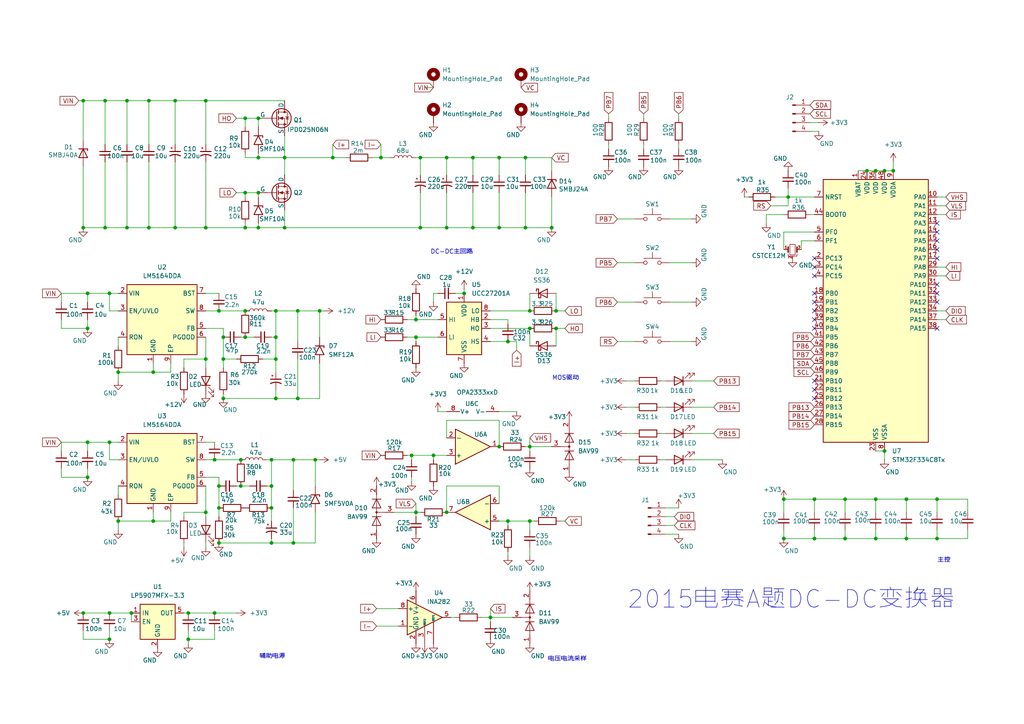
<source format=kicad_sch>
(kicad_sch (version 20250114) (generator "eeschema") (generator_version "9.0")
  (paper "A4")
  (text "主控" (at 273.812 162.56 0) (effects (font (size 1.27 1.27))))
  (text "MOS驱动" (at 164.084 109.728 0) (effects (font (size 1.27 1.27))))
  (text "2015电赛A题DC-DC变换器\n" (at 229.616 173.99 0) (effects (font (size 5.08 5.08))))
  (text "电压电流采样" (at 164.592 191.262 0) (effects (font (size 1.27 1.27))))
  (text "辅助电源" (at 78.994 190.5 0) (effects (font (size 1.27 1.27))))
  (text "DC-DC主回路" (at 131.064 73.152 0) (effects (font (size 1.27 1.27))))
  (junction (at 71.12 90.17))
  (junction (at 144.78 45.72))
  (junction (at 120.65 97.79))
  (junction (at 245.11 156.21))
  (junction (at 63.5 90.17))
  (junction (at 92.71 90.17))
  (junction (at 25.4 138.43))
  (junction (at 256.54 130.81))
  (junction (at 59.69 148.59))
  (junction (at 34.29 151.13))
  (junction (at 119.38 132.08))
  (junction (at 236.22 156.21))
  (junction (at 147.32 151.13))
  (junction (at 144.78 66.04))
  (junction (at 74.93 45.72))
  (junction (at 74.93 34.29))
  (junction (at 78.74 147.32))
  (junction (at 129.54 45.72))
  (junction (at 69.85 140.97))
  (junction (at 144.78 129.54))
  (junction (at 271.78 156.21))
  (junction (at 137.16 66.04))
  (junction (at 25.4 128.27))
  (junction (at 63.5 157.48))
  (junction (at 91.44 133.35))
  (junction (at 43.18 66.04))
  (junction (at 62.23 133.35))
  (junction (at 50.8 66.04))
  (junction (at 71.12 55.88))
  (junction (at 153.67 151.13))
  (junction (at 121.92 66.04))
  (junction (at 82.55 45.72))
  (junction (at 245.11 144.78))
  (junction (at 120.65 148.59))
  (junction (at 54.61 177.8))
  (junction (at 120.65 92.71))
  (junction (at 31.75 128.27))
  (junction (at 110.49 45.72))
  (junction (at 86.36 90.17))
  (junction (at 125.73 132.08))
  (junction (at 30.48 66.04))
  (junction (at 24.13 66.04))
  (junction (at 137.16 45.72))
  (junction (at 78.74 140.97))
  (junction (at 38.1 177.8))
  (junction (at 262.89 156.21))
  (junction (at 63.5 140.97))
  (junction (at 44.45 151.13))
  (junction (at 34.29 107.95))
  (junction (at 54.61 185.42))
  (junction (at 64.77 115.57))
  (junction (at 129.54 148.59))
  (junction (at 25.4 95.25))
  (junction (at 59.69 66.04))
  (junction (at 161.29 90.17))
  (junction (at 153.67 129.54))
  (junction (at 71.12 34.29))
  (junction (at 71.12 66.04))
  (junction (at 134.62 85.09))
  (junction (at 153.67 95.25))
  (junction (at 152.4 45.72))
  (junction (at 227.33 156.21))
  (junction (at 254 156.21))
  (junction (at 71.12 97.79))
  (junction (at 228.6 57.15))
  (junction (at 129.54 66.04))
  (junction (at 121.92 45.72))
  (junction (at 44.45 107.95))
  (junction (at 147.32 99.06))
  (junction (at 96.52 45.72))
  (junction (at 64.77 97.79))
  (junction (at 259.08 49.53))
  (junction (at 251.46 49.53))
  (junction (at 142.24 179.07))
  (junction (at 85.09 133.35))
  (junction (at 80.01 97.79))
  (junction (at 31.75 185.42))
  (junction (at 24.13 177.8))
  (junction (at 69.85 133.35))
  (junction (at 31.75 85.09))
  (junction (at 50.8 29.21))
  (junction (at 256.54 49.53))
  (junction (at 78.74 157.48))
  (junction (at 85.09 157.48))
  (junction (at 59.69 104.14))
  (junction (at 161.29 95.25))
  (junction (at 59.69 29.21))
  (junction (at 254 49.53))
  (junction (at 31.75 177.8))
  (junction (at 74.93 66.04))
  (junction (at 227.33 144.78))
  (junction (at 25.4 85.09))
  (junction (at 152.4 66.04))
  (junction (at 86.36 115.57))
  (junction (at 43.18 29.21))
  (junction (at 80.01 115.57))
  (junction (at 236.22 144.78))
  (junction (at 63.5 147.32))
  (junction (at 82.55 66.04))
  (junction (at 262.89 144.78))
  (junction (at 24.13 29.21))
  (junction (at 80.01 90.17))
  (junction (at 62.23 177.8))
  (junction (at 160.02 66.04))
  (junction (at 271.78 144.78))
  (junction (at 254 144.78))
  (junction (at 36.83 66.04))
  (junction (at 36.83 29.21))
  (junction (at 78.74 133.35))
  (junction (at 64.77 104.14))
  (junction (at 74.93 55.88))
  (junction (at 153.67 90.17))
  (junction (at 30.48 29.21))
  (junction (at 80.01 104.14))
  (no_connect (at 236.22 115.57))
  (no_connect (at 236.22 95.25))
  (no_connect (at 271.78 72.39))
  (no_connect (at 236.22 87.63))
  (no_connect (at 236.22 74.93))
  (no_connect (at 271.78 82.55))
  (no_connect (at 236.22 80.01))
  (no_connect (at 236.22 113.03))
  (no_connect (at 271.78 67.31))
  (no_connect (at 236.22 110.49))
  (no_connect (at 271.78 64.77))
  (no_connect (at 236.22 77.47))
  (no_connect (at 236.22 90.17))
  (no_connect (at 271.78 69.85))
  (no_connect (at 236.22 92.71))
  (no_connect (at 271.78 85.09))
  (no_connect (at 271.78 74.93))
  (no_connect (at 271.78 95.25))
  (no_connect (at 236.22 85.09))
  (no_connect (at 271.78 87.63))
  (wire (pts (xy 193.04 152.4) (xy 195.58 152.4)))
  (wire (pts (xy 149.86 99.06) (xy 147.32 99.06)))
  (wire (pts (xy 59.69 46.99) (xy 59.69 66.04)))
  (wire (pts (xy 256.54 49.53) (xy 259.08 49.53)))
  (wire (pts (xy 251.46 49.53) (xy 254 49.53)))
  (wire (pts (xy 92.71 90.17) (xy 92.71 97.79)))
  (wire (pts (xy 17.78 92.71) (xy 17.78 95.25)))
  (wire (pts (xy 147.32 151.13) (xy 147.32 152.4)))
  (wire (pts (xy 71.12 44.45) (xy 71.12 45.72)))
  (wire (pts (xy 30.48 29.21) (xy 30.48 41.91)))
  (wire (pts (xy 125.73 85.09) (xy 127 85.09)))
  (wire (pts (xy 120.65 97.79) (xy 120.65 99.06)))
  (wire (pts (xy 207.01 118.11) (xy 200.66 118.11)))
  (wire (pts (xy 144.78 45.72) (xy 144.78 50.8)))
  (wire (pts (xy 271.78 80.01) (xy 274.32 80.01)))
  (wire (pts (xy 59.69 157.48) (xy 59.69 158.75)))
  (wire (pts (xy 137.16 45.72) (xy 144.78 45.72)))
  (wire (pts (xy 179.07 63.5) (xy 184.15 63.5)))
  (wire (pts (xy 31.75 90.17) (xy 31.75 85.09)))
  (wire (pts (xy 69.85 140.97) (xy 72.39 140.97)))
  (wire (pts (xy 63.5 157.48) (xy 78.74 157.48)))
  (wire (pts (xy 54.61 177.8) (xy 62.23 177.8)))
  (wire (pts (xy 92.71 105.41) (xy 92.71 115.57)))
  (wire (pts (xy 120.65 45.72) (xy 121.92 45.72)))
  (wire (pts (xy 17.78 95.25) (xy 25.4 95.25)))
  (wire (pts (xy 63.5 90.17) (xy 71.12 90.17)))
  (wire (pts (xy 22.86 29.21) (xy 24.13 29.21)))
  (wire (pts (xy 125.73 132.08) (xy 129.54 132.08)))
  (wire (pts (xy 121.92 55.88) (xy 121.92 66.04)))
  (wire (pts (xy 254 49.53) (xy 256.54 49.53)))
  (wire (pts (xy 224.79 57.15) (xy 228.6 57.15)))
  (wire (pts (xy 121.92 45.72) (xy 121.92 50.8)))
  (wire (pts (xy 85.09 133.35) (xy 91.44 133.35)))
  (wire (pts (xy 119.38 132.08) (xy 125.73 132.08)))
  (wire (pts (xy 74.93 34.29) (xy 74.93 36.83)))
  (wire (pts (xy 59.69 104.14) (xy 59.69 106.68)))
  (wire (pts (xy 34.29 90.17) (xy 31.75 90.17)))
  (wire (pts (xy 262.89 153.67) (xy 262.89 156.21)))
  (wire (pts (xy 144.78 66.04) (xy 152.4 66.04)))
  (wire (pts (xy 93.98 90.17) (xy 92.71 90.17)))
  (wire (pts (xy 232.41 72.39) (xy 232.41 69.85)))
  (wire (pts (xy 227.33 67.31) (xy 227.33 72.39)))
  (wire (pts (xy 54.61 182.88) (xy 54.61 185.42)))
  (wire (pts (xy 24.13 182.88) (xy 24.13 185.42)))
  (wire (pts (xy 80.01 115.57) (xy 86.36 115.57)))
  (wire (pts (xy 34.29 140.97) (xy 34.29 143.51)))
  (wire (pts (xy 142.24 95.25) (xy 153.67 95.25)))
  (wire (pts (xy 129.54 66.04) (xy 137.16 66.04)))
  (wire (pts (xy 196.85 33.02) (xy 196.85 34.29)))
  (wire (pts (xy 152.4 45.72) (xy 160.02 45.72)))
  (wire (pts (xy 68.58 34.29) (xy 71.12 34.29)))
  (wire (pts (xy 186.69 41.91) (xy 186.69 43.18)))
  (wire (pts (xy 254 130.81) (xy 256.54 130.81)))
  (wire (pts (xy 69.85 97.79) (xy 71.12 97.79)))
  (wire (pts (xy 63.5 147.32) (xy 63.5 140.97)))
  (wire (pts (xy 85.09 147.32) (xy 85.09 157.48)))
  (wire (pts (xy 30.48 29.21) (xy 36.83 29.21)))
  (wire (pts (xy 152.4 66.04) (xy 160.02 66.04)))
  (wire (pts (xy 77.47 140.97) (xy 78.74 140.97)))
  (wire (pts (xy 193.04 149.86) (xy 195.58 149.86)))
  (wire (pts (xy 78.74 97.79) (xy 80.01 97.79)))
  (wire (pts (xy 217.17 57.15) (xy 215.9 57.15)))
  (wire (pts (xy 129.54 140.97) (xy 129.54 148.59)))
  (wire (pts (xy 280.67 144.78) (xy 271.78 144.78)))
  (wire (pts (xy 120.65 97.79) (xy 127 97.79)))
  (wire (pts (xy 59.69 133.35) (xy 62.23 133.35)))
  (wire (pts (xy 142.24 179.07) (xy 142.24 180.34)))
  (wire (pts (xy 30.48 46.99) (xy 30.48 66.04)))
  (wire (pts (xy 78.74 140.97) (xy 78.74 147.32)))
  (wire (pts (xy 24.13 185.42) (xy 31.75 185.42)))
  (wire (pts (xy 54.61 185.42) (xy 54.61 186.69)))
  (wire (pts (xy 271.78 148.59) (xy 271.78 144.78)))
  (wire (pts (xy 24.13 177.8) (xy 31.75 177.8)))
  (wire (pts (xy 142.24 176.53) (xy 142.24 179.07)))
  (wire (pts (xy 254 153.67) (xy 254 156.21)))
  (wire (pts (xy 53.34 177.8) (xy 54.61 177.8)))
  (wire (pts (xy 25.4 135.89) (xy 25.4 138.43)))
  (wire (pts (xy 71.12 97.79) (xy 73.66 97.79)))
  (wire (pts (xy 64.77 104.14) (xy 64.77 97.79)))
  (wire (pts (xy 186.69 33.02) (xy 186.69 34.29)))
  (wire (pts (xy 120.65 92.71) (xy 127 92.71)))
  (wire (pts (xy 227.33 144.78) (xy 236.22 144.78)))
  (wire (pts (xy 194.31 99.06) (xy 200.66 99.06)))
  (wire (pts (xy 74.93 45.72) (xy 82.55 45.72)))
  (wire (pts (xy 107.95 45.72) (xy 110.49 45.72)))
  (wire (pts (xy 236.22 62.23) (xy 234.95 62.23)))
  (wire (pts (xy 196.85 41.91) (xy 196.85 43.18)))
  (wire (pts (xy 152.4 55.88) (xy 152.4 66.04)))
  (wire (pts (xy 63.5 140.97) (xy 63.5 138.43)))
  (wire (pts (xy 96.52 41.91) (xy 96.52 45.72)))
  (wire (pts (xy 274.32 92.71) (xy 271.78 92.71)))
  (wire (pts (xy 236.22 156.21) (xy 227.33 156.21)))
  (wire (pts (xy 144.78 119.38) (xy 149.86 119.38)))
  (wire (pts (xy 271.78 77.47) (xy 274.32 77.47)))
  (wire (pts (xy 232.41 69.85) (xy 236.22 69.85)))
  (wire (pts (xy 36.83 29.21) (xy 36.83 41.91)))
  (wire (pts (xy 68.58 55.88) (xy 71.12 55.88)))
  (wire (pts (xy 118.11 92.71) (xy 120.65 92.71)))
  (wire (pts (xy 62.23 133.35) (xy 69.85 133.35)))
  (wire (pts (xy 142.24 92.71) (xy 147.32 92.71)))
  (wire (pts (xy 191.77 110.49) (xy 193.04 110.49)))
  (wire (pts (xy 236.22 144.78) (xy 236.22 148.59)))
  (wire (pts (xy 271.78 153.67) (xy 271.78 156.21)))
  (wire (pts (xy 119.38 138.43) (xy 119.38 139.7)))
  (wire (pts (xy 254 156.21) (xy 245.11 156.21)))
  (wire (pts (xy 64.77 104.14) (xy 64.77 106.68)))
  (wire (pts (xy 245.11 153.67) (xy 245.11 156.21)))
  (wire (pts (xy 64.77 95.25) (xy 59.69 95.25)))
  (wire (pts (xy 147.32 151.13) (xy 144.78 151.13)))
  (wire (pts (xy 25.4 128.27) (xy 31.75 128.27)))
  (wire (pts (xy 121.92 66.04) (xy 129.54 66.04)))
  (wire (pts (xy 236.22 153.67) (xy 236.22 156.21)))
  (wire (pts (xy 36.83 66.04) (xy 43.18 66.04)))
  (wire (pts (xy 152.4 129.54) (xy 153.67 129.54)))
  (wire (pts (xy 179.07 99.06) (xy 184.15 99.06)))
  (wire (pts (xy 161.29 95.25) (xy 163.83 95.25)))
  (wire (pts (xy 181.61 133.35) (xy 184.15 133.35)))
  (wire (pts (xy 59.69 29.21) (xy 59.69 41.91)))
  (wire (pts (xy 127 119.38) (xy 129.54 119.38)))
  (wire (pts (xy 82.55 66.04) (xy 82.55 60.96)))
  (wire (pts (xy 153.67 151.13) (xy 153.67 153.67)))
  (wire (pts (xy 96.52 45.72) (xy 100.33 45.72)))
  (wire (pts (xy 71.12 66.04) (xy 74.93 66.04)))
  (wire (pts (xy 228.6 57.15) (xy 236.22 57.15)))
  (wire (pts (xy 144.78 140.97) (xy 129.54 140.97)))
  (wire (pts (xy 71.12 55.88) (xy 74.93 55.88)))
  (wire (pts (xy 17.78 128.27) (xy 17.78 130.81)))
  (wire (pts (xy 194.31 76.2) (xy 200.66 76.2)))
  (wire (pts (xy 121.92 45.72) (xy 129.54 45.72)))
  (wire (pts (xy 25.4 128.27) (xy 25.4 130.81)))
  (wire (pts (xy 149.86 101.6) (xy 149.86 99.06)))
  (wire (pts (xy 44.45 105.41) (xy 44.45 107.95)))
  (wire (pts (xy 59.69 140.97) (xy 59.69 148.59)))
  (wire (pts (xy 123.19 25.4) (xy 125.73 25.4)))
  (wire (pts (xy 280.67 148.59) (xy 280.67 144.78)))
  (wire (pts (xy 153.67 129.54) (xy 153.67 130.81)))
  (wire (pts (xy 64.77 97.79) (xy 64.77 95.25)))
  (wire (pts (xy 74.93 64.77) (xy 74.93 66.04)))
  (wire (pts (xy 236.22 67.31) (xy 227.33 67.31)))
  (wire (pts (xy 222.25 62.23) (xy 227.33 62.23)))
  (wire (pts (xy 153.67 95.25) (xy 153.67 100.33)))
  (wire (pts (xy 207.01 110.49) (xy 200.66 110.49)))
  (wire (pts (xy 262.89 144.78) (xy 271.78 144.78)))
  (wire (pts (xy 71.12 55.88) (xy 71.12 57.15)))
  (wire (pts (xy 86.36 90.17) (xy 86.36 99.06)))
  (wire (pts (xy 193.04 154.94) (xy 196.85 154.94)))
  (wire (pts (xy 80.01 104.14) (xy 80.01 107.95)))
  (wire (pts (xy 262.89 144.78) (xy 254 144.78)))
  (wire (pts (xy 44.45 148.59) (xy 44.45 151.13)))
  (wire (pts (xy 120.65 91.44) (xy 120.65 92.71)))
  (wire (pts (xy 62.23 177.8) (xy 68.58 177.8)))
  (wire (pts (xy 153.67 127) (xy 153.67 129.54)))
  (wire (pts (xy 248.92 49.53) (xy 251.46 49.53)))
  (wire (pts (xy 153.67 85.09) (xy 153.67 90.17)))
  (wire (pts (xy 59.69 29.21) (xy 82.55 29.21)))
  (wire (pts (xy 262.89 156.21) (xy 271.78 156.21)))
  (wire (pts (xy 30.48 66.04) (xy 36.83 66.04)))
  (wire (pts (xy 118.11 132.08) (xy 119.38 132.08)))
  (wire (pts (xy 62.23 182.88) (xy 62.23 185.42)))
  (wire (pts (xy 36.83 46.99) (xy 36.83 66.04)))
  (wire (pts (xy 62.23 185.42) (xy 54.61 185.42)))
  (wire (pts (xy 144.78 146.05) (xy 144.78 140.97)))
  (wire (pts (xy 34.29 133.35) (xy 31.75 133.35)))
  (wire (pts (xy 17.78 128.27) (xy 25.4 128.27)))
  (wire (pts (xy 120.65 148.59) (xy 120.65 149.86)))
  (wire (pts (xy 24.13 66.04) (xy 30.48 66.04)))
  (wire (pts (xy 227.33 153.67) (xy 227.33 156.21)))
  (wire (pts (xy 86.36 90.17) (xy 92.71 90.17)))
  (wire (pts (xy 53.34 149.86) (xy 53.34 148.59)))
  (wire (pts (xy 228.6 54.61) (xy 228.6 57.15)))
  (wire (pts (xy 25.4 92.71) (xy 25.4 95.25)))
  (wire (pts (xy 137.16 50.8) (xy 137.16 45.72)))
  (wire (pts (xy 163.83 151.13) (xy 162.56 151.13)))
  (wire (pts (xy 262.89 156.21) (xy 254 156.21)))
  (wire (pts (xy 74.93 44.45) (xy 74.93 45.72)))
  (wire (pts (xy 82.55 45.72) (xy 96.52 45.72)))
  (wire (pts (xy 137.16 66.04) (xy 144.78 66.04)))
  (wire (pts (xy 262.89 144.78) (xy 262.89 148.59)))
  (wire (pts (xy 222.25 62.23) (xy 222.25 64.77)))
  (wire (pts (xy 129.54 50.8) (xy 129.54 45.72)))
  (wire (pts (xy 115.57 176.53) (xy 109.22 176.53)))
  (wire (pts (xy 80.01 90.17) (xy 86.36 90.17)))
  (wire (pts (xy 80.01 90.17) (xy 80.01 97.79)))
  (wire (pts (xy 134.62 83.82) (xy 134.62 85.09)))
  (wire (pts (xy 38.1 180.34) (xy 38.1 177.8)))
  (wire (pts (xy 130.81 179.07) (xy 132.08 179.07)))
  (wire (pts (xy 34.29 97.79) (xy 34.29 100.33)))
  (wire (pts (xy 53.34 106.68) (xy 53.34 104.14)))
  (wire (pts (xy 34.29 151.13) (xy 34.29 153.67)))
  (wire (pts (xy 74.93 66.04) (xy 82.55 66.04)))
  (wire (pts (xy 191.77 133.35) (xy 193.04 133.35)))
  (wire (pts (xy 86.36 115.57) (xy 92.71 115.57)))
  (wire (pts (xy 50.8 46.99) (xy 50.8 66.04)))
  (wire (pts (xy 91.44 133.35) (xy 91.44 140.97)))
  (wire (pts (xy 160.02 45.72) (xy 160.02 49.53)))
  (wire (pts (xy 31.75 182.88) (xy 31.75 185.42)))
  (wire (pts (xy 153.67 129.54) (xy 160.02 129.54)))
  (wire (pts (xy 44.45 107.95) (xy 34.29 107.95)))
  (wire (pts (xy 245.11 156.21) (xy 236.22 156.21)))
  (wire (pts (xy 36.83 29.21) (xy 43.18 29.21)))
  (wire (pts (xy 64.77 114.3) (xy 64.77 115.57)))
  (wire (pts (xy 110.49 45.72) (xy 113.03 45.72)))
  (wire (pts (xy 110.49 41.91) (xy 110.49 45.72)))
  (wire (pts (xy 80.01 97.79) (xy 80.01 104.14)))
  (wire (pts (xy 181.61 118.11) (xy 184.15 118.11)))
  (wire (pts (xy 63.5 147.32) (xy 63.5 149.86)))
  (wire (pts (xy 142.24 179.07) (xy 148.59 179.07)))
  (wire (pts (xy 142.24 99.06) (xy 147.32 99.06)))
  (wire (pts (xy 59.69 148.59) (xy 59.69 149.86)))
  (wire (pts (xy 59.69 66.04) (xy 71.12 66.04)))
  (wire (pts (xy 71.12 45.72) (xy 74.93 45.72)))
  (wire (pts (xy 24.13 29.21) (xy 24.13 40.64)))
  (wire (pts (xy 17.78 135.89) (xy 17.78 138.43)))
  (wire (pts (xy 82.55 66.04) (xy 121.92 66.04)))
  (wire (pts (xy 161.29 90.17) (xy 163.83 90.17)))
  (wire (pts (xy 200.66 133.35) (xy 209.55 133.35)))
  (wire (pts (xy 80.01 113.03) (xy 80.01 115.57)))
  (wire (pts (xy 78.74 90.17) (xy 80.01 90.17)))
  (wire (pts (xy 115.57 181.61) (xy 109.22 181.61)))
  (wire (pts (xy 82.55 39.37) (xy 82.55 45.72)))
  (wire (pts (xy 78.74 147.32) (xy 78.74 151.13)))
  (wire (pts (xy 82.55 45.72) (xy 82.55 50.8)))
  (wire (pts (xy 179.07 76.2) (xy 184.15 76.2)))
  (wire (pts (xy 259.08 46.99) (xy 259.08 49.53)))
  (wire (pts (xy 91.44 148.59) (xy 91.44 157.48)))
  (wire (pts (xy 120.65 146.05) (xy 120.65 148.59)))
  (wire (pts (xy 271.78 62.23) (xy 274.32 62.23)))
  (wire (pts (xy 25.4 85.09) (xy 25.4 87.63)))
  (wire (pts (xy 59.69 128.27) (xy 62.23 128.27)))
  (wire (pts (xy 254 144.78) (xy 245.11 144.78)))
  (wire (pts (xy 31.75 128.27) (xy 34.29 128.27)))
  (wire (pts (xy 24.13 29.21) (xy 30.48 29.21)))
  (wire (pts (xy 234.95 38.1) (xy 237.49 38.1)))
  (wire (pts (xy 86.36 104.14) (xy 86.36 115.57)))
  (wire (pts (xy 223.52 59.69) (xy 228.6 59.69)))
  (wire (pts (xy 181.61 110.49) (xy 184.15 110.49)))
  (wire (pts (xy 50.8 66.04) (xy 59.69 66.04)))
  (wire (pts (xy 71.12 64.77) (xy 71.12 66.04)))
  (wire (pts (xy 152.4 45.72) (xy 152.4 50.8)))
  (wire (pts (xy 77.47 133.35) (xy 78.74 133.35)))
  (wire (pts (xy 129.54 127) (xy 129.54 121.92)))
  (wire (pts (xy 25.4 85.09) (xy 31.75 85.09)))
  (wire (pts (xy 49.53 105.41) (xy 49.53 107.95)))
  (wire (pts (xy 194.31 63.5) (xy 200.66 63.5)))
  (wire (pts (xy 85.09 157.48) (xy 91.44 157.48)))
  (wire (pts (xy 176.53 33.02) (xy 176.53 34.29)))
  (wire (pts (xy 78.74 157.48) (xy 85.09 157.48)))
  (wire (pts (xy 125.73 87.63) (xy 125.73 85.09)))
  (wire (pts (xy 125.73 132.08) (xy 125.73 133.35)))
  (wire (pts (xy 43.18 66.04) (xy 50.8 66.04)))
  (wire (pts (xy 161.29 85.09) (xy 161.29 90.17)))
  (wire (pts (xy 78.74 156.21) (xy 78.74 157.48)))
  (wire (pts (xy 254 144.78) (xy 254 148.59)))
  (wire (pts (xy 228.6 59.69) (xy 228.6 57.15)))
  (wire (pts (xy 78.74 133.35) (xy 85.09 133.35)))
  (wire (pts (xy 129.54 121.92) (xy 144.78 121.92)))
  (wire (pts (xy 53.34 148.59) (xy 59.69 148.59)))
  (wire (pts (xy 129.54 45.72) (xy 137.16 45.72)))
  (wire (pts (xy 59.69 90.17) (xy 63.5 90.17)))
  (wire (pts (xy 71.12 34.29) (xy 74.93 34.29)))
  (wire (pts (xy 132.08 85.09) (xy 134.62 85.09)))
  (wire (pts (xy 49.53 148.59) (xy 49.53 151.13)))
  (wire (pts (xy 121.92 148.59) (xy 120.65 148.59)))
  (wire (pts (xy 142.24 90.17) (xy 153.67 90.17)))
  (wire (pts (xy 24.13 48.26) (xy 24.13 66.04)))
  (wire (pts (xy 147.32 151.13) (xy 153.67 151.13)))
  (wire (pts (xy 280.67 153.67) (xy 280.67 156.21)))
  (wire (pts (xy 17.78 85.09) (xy 25.4 85.09)))
  (wire (pts (xy 207.01 125.73) (xy 200.66 125.73)))
  (wire (pts (xy 17.78 138.43) (xy 25.4 138.43)))
  (wire (pts (xy 59.69 138.43) (xy 63.5 138.43)))
  (wire (pts (xy 271.78 57.15) (xy 274.32 57.15)))
  (wire (pts (xy 17.78 85.09) (xy 17.78 87.63)))
  (wire (pts (xy 64.77 104.14) (xy 68.58 104.14)))
  (wire (pts (xy 280.67 156.21) (xy 271.78 156.21)))
  (wire (pts (xy 147.32 160.02) (xy 147.32 161.29)))
  (wire (pts (xy 43.18 46.99) (xy 43.18 66.04)))
  (wire (pts (xy 119.38 132.08) (xy 119.38 133.35)))
  (wire (pts (xy 153.67 151.13) (xy 154.94 151.13)))
  (wire (pts (xy 153.67 158.75) (xy 153.67 161.29)))
  (wire (pts (xy 91.44 133.35) (xy 92.71 133.35)))
  (wire (pts (xy 31.75 133.35) (xy 31.75 128.27)))
  (wire (pts (xy 144.78 45.72) (xy 152.4 45.72)))
  (wire (pts (xy 120.65 148.59) (xy 114.3 148.59)))
  (wire (pts (xy 49.53 107.95) (xy 44.45 107.95)))
  (wire (pts (xy 161.29 95.25) (xy 161.29 100.33)))
  (wire (pts (xy 193.04 147.32) (xy 196.85 147.32)))
  (wire (pts (xy 176.53 41.91) (xy 176.53 43.18)))
  (wire (pts (xy 34.29 107.95) (xy 34.29 110.49)))
  (wire (pts (xy 139.7 179.07) (xy 142.24 179.07)))
  (wire (pts (xy 147.32 92.71) (xy 147.32 93.98)))
  (wire (pts (xy 49.53 151.13) (xy 44.45 151.13)))
  (wire (pts (xy 78.74 133.35) (xy 78.74 140.97)))
  (wire (pts (xy 76.2 104.14) (xy 80.01 104.14)))
  (wire (pts (xy 191.77 118.11) (xy 193.04 118.11)))
  (wire (pts (xy 129.54 55.88) (xy 129.54 66.04)))
  (wire (pts (xy 144.78 55.88) (xy 144.78 66.04)))
  (wire (pts (xy 44.45 151.13) (xy 34.29 151.13)))
  (wire (pts (xy 53.34 157.48) (xy 53.34 158.75)))
  (wire (pts (xy 118.11 97.79) (xy 120.65 97.79)))
  (wire (pts (xy 144.78 121.92) (xy 144.78 129.54)))
  (wire (pts (xy 179.07 87.63) (xy 184.15 87.63)))
  (wire (pts (xy 68.58 140.97) (xy 69.85 140.97)))
  (wire (pts (xy 71.12 34.29) (xy 71.12 36.83)))
  (wire (pts (xy 271.78 59.69) (xy 274.32 59.69)))
  (wire (pts (xy 256.54 130.81) (xy 256.54 133.35)))
  (wire (pts (xy 245.11 144.78) (xy 245.11 148.59)))
  (wire (pts (xy 181.61 125.73) (xy 184.15 125.73)))
  (wire (pts (xy 31.75 177.8) (xy 38.1 177.8)))
  (wire (pts (xy 274.32 90.17) (xy 271.78 90.17)))
  (wire (pts (xy 137.16 55.88) (xy 137.16 66.04)))
  (wire (pts (xy 85.09 133.35) (xy 85.09 142.24)))
  (wire (pts (xy 191.77 125.73) (xy 193.04 125.73)))
  (wire (pts (xy 53.34 104.14) (xy 59.69 104.14)))
  (wire (pts (xy 50.8 29.21) (xy 59.69 29.21)))
  (wire (pts (xy 227.33 144.78) (xy 227.33 148.59)))
  (wire (pts (xy 234.95 35.56) (xy 237.49 35.56)))
  (wire (pts (xy 50.8 29.21) (xy 50.8 41.91)))
  (wire (pts (xy 59.69 85.09) (xy 63.5 85.09)))
  (wire (pts (xy 43.18 29.21) (xy 43.18 41.91)))
  (wire (pts (xy 59.69 97.79) (xy 59.69 104.14)))
  (wire (pts (xy 74.93 55.88) (xy 74.93 57.15)))
  (wire (pts (xy 160.02 57.15) (xy 160.02 66.04)))
  (wire (pts (xy 245.11 144.78) (xy 236.22 144.78)))
  (wire (pts (xy 64.77 115.57) (xy 80.01 115.57)))
  (wire (pts (xy 194.31 87.63) (xy 200.66 87.63)))
  (wire (pts (xy 31.75 85.09) (xy 34.29 85.09)))
  (wire (pts (xy 43.18 29.21) (xy 50.8 29.21)))
  (global_label "PB5" (shape input) (at 236.22 97.79 180) (property "Intersheetrefs" "${INTERSHEET_REFS}" (effects (hide yes))))
  (global_label "DIO" (shape input) (at 195.58 149.86 0) (property "Intersheetrefs" "${INTERSHEET_REFS}" (effects (hide yes))))
  (global_label "PB7" (shape input) (at 179.07 63.5 180) (property "Intersheetrefs" "${INTERSHEET_REFS}" (effects (hide yes))))
  (global_label "HO" (shape input) (at 163.83 95.25 0) (property "Intersheetrefs" "${INTERSHEET_REFS}" (effects (hide yes))))
  (global_label "PB6" (shape input) (at 179.07 87.63 180) (property "Intersheetrefs" "${INTERSHEET_REFS}" (effects (hide yes))))
  (global_label "VIN" (shape input) (at 125.73 25.4 180) (property "Intersheetrefs" "${INTERSHEET_REFS}" (effects (hide yes))))
  (global_label "SDA" (shape input) (at 236.22 105.41 180) (property "Intersheetrefs" "${INTERSHEET_REFS}" (effects (hide yes))))
  (global_label "VHS" (shape input) (at 274.32 57.15 0) (property "Intersheetrefs" "${INTERSHEET_REFS}" (effects (hide yes))))
  (global_label "CLK" (shape input) (at 195.58 152.4 0) (property "Intersheetrefs" "${INTERSHEET_REFS}" (effects (hide yes))))
  (global_label "VC" (shape input) (at 160.02 45.72 0) (property "Intersheetrefs" "${INTERSHEET_REFS}" (effects (hide yes))))
  (global_label "PB15" (shape input) (at 207.01 125.73 0) (property "Intersheetrefs" "${INTERSHEET_REFS}" (effects (hide yes))))
  (global_label "I-" (shape input) (at 109.22 181.61 180) (property "Intersheetrefs" "${INTERSHEET_REFS}" (effects (hide yes))))
  (global_label "I+" (shape input) (at 96.52 41.91 0) (property "Intersheetrefs" "${INTERSHEET_REFS}" (effects (hide yes))))
  (global_label "CLK" (shape input) (at 274.32 92.71 0) (property "Intersheetrefs" "${INTERSHEET_REFS}" (effects (hide yes))))
  (global_label "SCL" (shape input) (at 234.95 33.02 0) (property "Intersheetrefs" "${INTERSHEET_REFS}" (effects (hide yes))))
  (global_label "VC" (shape input) (at 163.83 151.13 0) (property "Intersheetrefs" "${INTERSHEET_REFS}" (effects (hide yes))))
  (global_label "PB7" (shape input) (at 176.53 33.02 90) (property "Intersheetrefs" "${INTERSHEET_REFS}" (effects (hide yes))))
  (global_label "PB6" (shape input) (at 236.22 100.33 180) (property "Intersheetrefs" "${INTERSHEET_REFS}" (effects (hide yes))))
  (global_label "IS" (shape input) (at 142.24 176.53 0) (property "Intersheetrefs" "${INTERSHEET_REFS}" (effects (hide yes))))
  (global_label "PB5" (shape input) (at 186.69 33.02 90) (property "Intersheetrefs" "${INTERSHEET_REFS}" (effects (hide yes))))
  (global_label "SCL" (shape input) (at 236.22 107.95 180) (property "Intersheetrefs" "${INTERSHEET_REFS}" (effects (hide yes))))
  (global_label "VHS" (shape input) (at 153.67 127 0) (property "Intersheetrefs" "${INTERSHEET_REFS}" (effects (hide yes))))
  (global_label "VIN" (shape input) (at 17.78 128.27 180) (property "Intersheetrefs" "${INTERSHEET_REFS}" (effects (hide yes))))
  (global_label "PB14" (shape input) (at 207.01 118.11 0) (property "Intersheetrefs" "${INTERSHEET_REFS}" (effects (hide yes))))
  (global_label "VIN" (shape input) (at 110.49 132.08 180) (property "Intersheetrefs" "${INTERSHEET_REFS}" (effects (hide yes))))
  (global_label "PB15" (shape input) (at 236.22 123.19 180) (property "Intersheetrefs" "${INTERSHEET_REFS}" (effects (hide yes))))
  (global_label "VC" (shape input) (at 151.13 25.4 0) (property "Intersheetrefs" "${INTERSHEET_REFS}" (effects (hide yes))))
  (global_label "SDA" (shape input) (at 234.95 30.48 0) (property "Intersheetrefs" "${INTERSHEET_REFS}" (effects (hide yes))))
  (global_label "DIO" (shape input) (at 274.32 90.17 0) (property "Intersheetrefs" "${INTERSHEET_REFS}" (effects (hide yes))))
  (global_label "HI" (shape input) (at 110.49 92.71 180) (property "Intersheetrefs" "${INTERSHEET_REFS}" (effects (hide yes))))
  (global_label "I+" (shape input) (at 149.86 101.6 270) (property "Intersheetrefs" "${INTERSHEET_REFS}" (effects (hide yes))))
  (global_label "I-" (shape input) (at 110.49 41.91 180) (property "Intersheetrefs" "${INTERSHEET_REFS}" (effects (hide yes))))
  (global_label "RS" (shape input) (at 223.52 59.69 180) (property "Intersheetrefs" "${INTERSHEET_REFS}" (effects (hide yes))))
  (global_label "IS" (shape input) (at 274.32 62.23 0) (property "Intersheetrefs" "${INTERSHEET_REFS}" (effects (hide yes))))
  (global_label "VLS" (shape input) (at 274.32 59.69 0) (property "Intersheetrefs" "${INTERSHEET_REFS}" (effects (hide yes))))
  (global_label "LI" (shape input) (at 274.32 80.01 0) (property "Intersheetrefs" "${INTERSHEET_REFS}" (effects (hide yes))))
  (global_label "LI" (shape input) (at 110.49 97.79 180) (property "Intersheetrefs" "${INTERSHEET_REFS}" (effects (hide yes))))
  (global_label "PB13" (shape input) (at 236.22 118.11 180) (property "Intersheetrefs" "${INTERSHEET_REFS}" (effects (hide yes))))
  (global_label "PB6" (shape input) (at 196.85 33.02 90) (property "Intersheetrefs" "${INTERSHEET_REFS}" (effects (hide yes))))
  (global_label "RS" (shape input) (at 179.07 99.06 180) (property "Intersheetrefs" "${INTERSHEET_REFS}" (effects (hide yes))))
  (global_label "PB5" (shape input) (at 179.07 76.2 180) (property "Intersheetrefs" "${INTERSHEET_REFS}" (effects (hide yes))))
  (global_label "PB7" (shape input) (at 236.22 102.87 180) (property "Intersheetrefs" "${INTERSHEET_REFS}" (effects (hide yes))))
  (global_label "I+" (shape input) (at 109.22 176.53 180) (property "Intersheetrefs" "${INTERSHEET_REFS}" (effects (hide yes))))
  (global_label "HI" (shape input) (at 274.32 77.47 0) (property "Intersheetrefs" "${INTERSHEET_REFS}" (effects (hide yes))))
  (global_label "PB13" (shape input) (at 207.01 110.49 0) (property "Intersheetrefs" "${INTERSHEET_REFS}" (effects (hide yes))))
  (global_label "LO" (shape input) (at 68.58 55.88 180) (property "Intersheetrefs" "${INTERSHEET_REFS}" (effects (hide yes))))
  (global_label "PB14" (shape input) (at 236.22 120.65 180) (property "Intersheetrefs" "${INTERSHEET_REFS}" (effects (hide yes))))
  (global_label "VIN" (shape input) (at 17.78 85.09 180) (property "Intersheetrefs" "${INTERSHEET_REFS}" (effects (hide yes))))
  (global_label "HO" (shape input) (at 68.58 34.29 180) (property "Intersheetrefs" "${INTERSHEET_REFS}" (effects (hide yes))))
  (global_label "VIN" (shape input) (at 22.86 29.21 180) (property "Intersheetrefs" "${INTERSHEET_REFS}" (effects (hide yes))))
  (global_label "VLS" (shape input) (at 120.65 146.05 180) (property "Intersheetrefs" "${INTERSHEET_REFS}" (effects (hide yes))))
  (global_label "LO" (shape input) (at 163.83 90.17 0) (property "Intersheetrefs" "${INTERSHEET_REFS}" (effects (hide yes))))
  (symbol (lib_id "Mechanical:MountingHole_Pad") (at 151.13 22.86 0) (unit 1) (in_bom no)
    (property "Reference" "H3" (at 153.67 20.3199 0) (effects (justify left)))
    (property "Value" "MountingHole_Pad" (at 153.67 22.8599 0) (effects (justify left)))
    (property "Footprint" "MountingHole:MountingHole_3.2mm_M3_Pad_Via" (effects (hide yes)))
    (property "Description" "Mounting Hole with connection" (effects (hide yes)))
  )
  (symbol (lib_id "power:GND") (at 63.5 157.48 0) (unit 1)
    (property "Reference" "#PWR014" (effects (hide yes)))
    (property "Value" "GND" (at 65.532 160.782 0))
    (property "Description" "Power symbol creates a global label with name \"GND\" , ground" (effects (hide yes)))
  )
  (symbol (lib_id "Switch:SW_Omron_B3FS") (at 189.23 76.2 0) (unit 1)
    (property "Reference" "SW2" (at 189.23 71.882 0))
    (property "Value" "SW_Omron_B3FS" (effects (hide yes)))
    (property "Footprint" "Button_Switch_SMD:SW_SPST_CK_RS282G05A3" (effects (hide yes)))
    (property "Datasheet" "https://omronfs.omron.com/en_US/ecb/products/pdf/en-b3fs.pdf" (effects (hide yes)))
    (property "Description" "Omron B3FS 6x6mm single pole normally-open tactile switch" (effects (hide yes)))
  )
  (symbol (lib_id "Device:C_Small") (at 86.36 101.6 0) (unit 1)
    (property "Reference" "C23" (at 89.916 101.6 0))
    (property "Value" "100n" (at 89.154 103.632 0))
    (property "Footprint" "Capacitor_SMD:C_0603_1608Metric" (effects (hide yes)))
    (property "Description" "Unpolarized capacitor, small symbol" (effects (hide yes)))
  )
  (symbol (lib_id "Device:C_Small") (at 30.48 44.45 0) (unit 1)
    (property "Reference" "C6" (at 34.036 42.926 0))
    (property "Value" "100n" (at 33.528 45.212 0))
    (property "Footprint" "Capacitor_SMD:C_0603_1608Metric" (effects (hide yes)))
    (property "Description" "Unpolarized capacitor, small symbol" (effects (hide yes)))
  )
  (symbol (lib_id "Device:C_Polarized_Small_US") (at 50.8 44.45 0) (unit 1)
    (property "Reference" "C10" (at 53.086 43.18 0) (effects (justify left)))
    (property "Value" "220u" (at 53.086 45.212 0) (effects (justify left)))
    (property "Footprint" "Capacitor_SMD:CP_Elec_10x10" (effects (hide yes)))
    (property "Description" "Polarized capacitor, small US symbol" (effects (hide yes)))
  )
  (symbol (lib_id "Device:C_Small") (at 147.32 96.52 0) (unit 1)
    (property "Reference" "C32" (at 150.622 98.044 0))
    (property "Value" "100n" (at 151.384 96.266 0))
    (property "Footprint" "Capacitor_SMD:C_0603_1608Metric" (effects (hide yes)))
    (property "Description" "Unpolarized capacitor, small symbol" (effects (hide yes)))
  )
  (symbol (lib_id "power:+5V") (at 53.34 158.75 180) (unit 1)
    (property "Reference" "#PWR010" (effects (hide yes)))
    (property "Value" "+5V" (at 51.308 162.56 0))
    (property "Description" "Power symbol creates a global label with name \"+5V\"" (effects (hide yes)))
  )
  (symbol (lib_id "Diode:SMF10A") (at 74.93 40.64 270) (unit 1)
    (property "Reference" "D4" (at 76.708 41.148 90) (effects (justify left)))
    (property "Value" "SMF10A" (at 75.184 43.18 90) (effects (justify left)))
    (property "Footprint" "Diode_SMD:D_SMF" (effects (hide yes)))
    (property "Datasheet" "https://www.vishay.com/doc?85881" (effects (hide yes)))
    (property "Description" "200W unidirectional Transil Transient Voltage Suppressor, 10Vrwm, SMF" (effects (hide yes)))
  )
  (symbol (lib_id "Device:C_Small") (at 120.65 152.4 0) (mirror y) (unit 1)
    (property "Reference" "C25" (at 117.094 151.638 0))
    (property "Value" "100n" (at 117.094 153.416 0))
    (property "Footprint" "Capacitor_SMD:C_0603_1608Metric" (effects (hide yes)))
    (property "Description" "Unpolarized capacitor, small symbol" (effects (hide yes)))
  )
  (symbol (lib_id "Device:C_Small") (at 271.78 151.13 0) (unit 1)
    (property "Reference" "C45" (at 268.478 149.098 0))
    (property "Value" "10u" (at 268.478 151.13 0))
    (property "Footprint" "Capacitor_SMD:C_1206_3216Metric" (effects (hide yes)))
    (property "Description" "Unpolarized capacitor, small symbol" (effects (hide yes)))
  )
  (symbol (lib_id "power:GND") (at 134.62 105.41 0) (unit 1)
    (property "Reference" "#PWR033" (effects (hide yes)))
    (property "Value" "GND" (at 132.334 108.966 0))
    (property "Description" "Power symbol creates a global label with name \"GND\" , ground" (effects (hide yes)))
  )
  (symbol (lib_id "Device:LED") (at 196.85 110.49 180) (unit 1)
    (property "Reference" "D16" (at 194.31 113.284 0) (effects (justify right)))
    (property "Value" "LED" (at 197.358 113.284 0) (effects (justify right)))
    (property "Footprint" "LED_SMD:LED_0603_1608Metric" (effects (hide yes)))
    (property "Description" "Light emitting diode" (effects (hide yes)))
    (property "Sim.Pins" "1=K 2=A" (effects (hide yes)))
  )
  (symbol (lib_id "Device:R") (at 120.65 87.63 0) (unit 1)
    (property "Reference" "R18" (at 117.348 86.614 0))
    (property "Value" "10k" (at 117.348 88.646 0))
    (property "Footprint" "Resistor_SMD:R_0603_1608Metric" (effects (hide yes)))
    (property "Description" "Resistor" (effects (hide yes)))
  )
  (symbol (lib_id "power:GND") (at 153.67 186.69 0) (unit 1)
    (property "Reference" "#PWR040" (effects (hide yes)))
    (property "Value" "GND" (at 155.956 190.246 0))
    (property "Description" "Power symbol creates a global label with name \"GND\" , ground" (effects (hide yes)))
  )
  (symbol (lib_id "power:GND") (at 147.32 161.29 0) (mirror y) (unit 1)
    (property "Reference" "#PWR035" (effects (hide yes)))
    (property "Value" "GND" (at 149.606 164.846 0))
    (property "Description" "Power symbol creates a global label with name \"GND\" , ground" (effects (hide yes)))
  )
  (symbol (lib_id "power:GND") (at 59.69 114.3 0) (unit 1)
    (property "Reference" "#PWR012" (effects (hide yes)))
    (property "Value" "GND" (at 57.912 117.348 0))
    (property "Description" "Power symbol creates a global label with name \"GND\" , ground" (effects (hide yes)))
  )
  (symbol (lib_id "power:GND") (at 25.4 138.43 0) (unit 1)
    (property "Reference" "#PWR04" (effects (hide yes)))
    (property "Value" "GND" (at 23.114 141.986 0))
    (property "Description" "Power symbol creates a global label with name \"GND\" , ground" (effects (hide yes)))
  )
  (symbol (lib_id "Device:C_Small") (at 228.6 52.07 0) (unit 1)
    (property "Reference" "C40" (at 232.41 50.8 0))
    (property "Value" "100n" (at 232.918 52.832 0))
    (property "Footprint" "Capacitor_SMD:C_0603_1608Metric" (effects (hide yes)))
    (property "Description" "Unpolarized capacitor, small symbol" (effects (hide yes)))
  )
  (symbol (lib_id "Device:C_Small") (at 152.4 53.34 0) (unit 1)
    (property "Reference" "C33" (at 156.464 52.07 0))
    (property "Value" "100n" (at 156.21 54.102 0))
    (property "Footprint" "Capacitor_SMD:C_0603_1608Metric" (effects (hide yes)))
    (property "Description" "Unpolarized capacitor, small symbol" (effects (hide yes)))
  )
  (symbol (lib_id "Device:C_Small") (at 66.04 140.97 90) (unit 1)
    (property "Reference" "C16" (at 65.786 143.51 90))
    (property "Value" "47p" (at 66.04 145.034 90))
    (property "Footprint" "Capacitor_SMD:C_0603_1608Metric" (effects (hide yes)))
    (property "Description" "Unpolarized capacitor, small symbol" (effects (hide yes)))
  )
  (symbol (lib_id "Device:C_Small") (at 17.78 133.35 0) (unit 1)
    (property "Reference" "C2" (at 21.336 131.826 0))
    (property "Value" "100n" (at 21.59 134.366 0))
    (property "Footprint" "Capacitor_SMD:C_0603_1608Metric" (effects (hide yes)))
    (property "Description" "Unpolarized capacitor, small symbol" (effects (hide yes)))
  )
  (symbol (lib_id "Device:R") (at 71.12 60.96 0) (unit 1)
    (property "Reference" "R10" (at 68.072 60.706 0))
    (property "Value" "10k" (at 68.072 62.738 0))
    (property "Footprint" "Resistor_SMD:R_0603_1608Metric" (effects (hide yes)))
    (property "Description" "Resistor" (effects (hide yes)))
  )
  (symbol (lib_id "Device:R") (at 220.98 57.15 270) (mirror x) (unit 1)
    (property "Reference" "R35" (at 221.234 55.118 90))
    (property "Value" "1k" (at 220.98 52.832 90))
    (property "Footprint" "Resistor_SMD:R_0603_1608Metric" (effects (hide yes)))
    (property "Description" "Resistor" (effects (hide yes)))
  )
  (symbol (lib_id "Device:R") (at 69.85 137.16 180) (unit 1)
    (property "Reference" "R8" (at 72.898 137.16 0))
    (property "Value" "360k" (at 73.66 135.382 0))
    (property "Footprint" "Resistor_SMD:R_0603_1608Metric" (effects (hide yes)))
    (property "Description" "Resistor" (effects (hide yes)))
  )
  (symbol (lib_id "power:GND") (at 153.67 161.29 0) (mirror y) (unit 1)
    (property "Reference" "#PWR038" (effects (hide yes)))
    (property "Value" "GND" (at 155.956 164.846 0))
    (property "Description" "Power symbol creates a global label with name \"GND\" , ground" (effects (hide yes)))
  )
  (symbol (lib_id "power:GND") (at 109.22 156.21 0) (mirror y) (unit 1)
    (property "Reference" "#PWR020" (effects (hide yes)))
    (property "Value" "GND" (at 106.934 159.766 0))
    (property "Description" "Power symbol creates a global label with name \"GND\" , ground" (effects (hide yes)))
  )
  (symbol (lib_id "power:GND") (at 119.38 139.7 0) (unit 1)
    (property "Reference" "#PWR021" (effects (hide yes)))
    (property "Value" "GND" (at 116.586 142.24 0))
    (property "Description" "Power symbol creates a global label with name \"GND\" , ground" (effects (hide yes)))
  )
  (symbol (lib_id "Device:R") (at 196.85 38.1 0) (mirror x) (unit 1)
    (property "Reference" "R34" (at 194.818 39.624 90) (effects (justify right)))
    (property "Value" "100" (at 193.04 39.624 90) (effects (justify right)))
    (property "Footprint" "Resistor_SMD:R_0603_1608Metric" (effects (hide yes)))
    (property "Description" "Resistor" (effects (hide yes)))
  )
  (symbol (lib_id "power:GND") (at 34.29 110.49 0) (unit 1)
    (property "Reference" "#PWR06" (effects (hide yes)))
    (property "Value" "GND" (at 32.004 114.046 0))
    (property "Description" "Power symbol creates a global label with name \"GND\" , ground" (effects (hide yes)))
  )
  (symbol (lib_id "power:GND") (at 228.6 49.53 180) (unit 1)
    (property "Reference" "#PWR062" (effects (hide yes)))
    (property "Value" "GND" (at 226.314 45.974 0))
    (property "Description" "Power symbol creates a global label with name \"GND\" , ground" (effects (hide yes)))
  )
  (symbol (lib_id "Device:R") (at 67.31 147.32 90) (unit 1)
    (property "Reference" "R7" (at 67.056 149.352 90))
    (property "Value" "20k" (at 67.056 150.876 90))
    (property "Footprint" "Resistor_SMD:R_0603_1608Metric" (effects (hide yes)))
    (property "Description" "Resistor" (effects (hide yes)))
  )
  (symbol (lib_id "power:+5V") (at 24.13 177.8 90) (unit 1)
    (property "Reference" "#PWR02" (effects (hide yes)))
    (property "Value" "+5V" (at 20.32 177.7999 90) (effects (justify left)))
    (property "Description" "Power symbol creates a global label with name \"+5V\"" (effects (hide yes)))
  )
  (symbol (lib_id "power:GND") (at 45.72 187.96 0) (unit 1)
    (property "Reference" "#PWR08" (effects (hide yes)))
    (property "Value" "GND" (at 43.434 191.516 0))
    (property "Description" "Power symbol creates a global label with name \"GND\" , ground" (effects (hide yes)))
  )
  (symbol (lib_id "power:+3V3") (at 237.49 35.56 270) (unit 1)
    (property "Reference" "#PWR064" (effects (hide yes)))
    (property "Value" "+3V3" (at 243.332 35.56 90))
    (property "Description" "Power symbol creates a global label with name \"+3V3\"" (effects (hide yes)))
  )
  (symbol (lib_id "Device:C_Small") (at 129.54 85.09 90) (unit 1)
    (property "Reference" "C28" (at 129.286 80.518 90))
    (property "Value" "1u" (at 129.54 82.55 90))
    (property "Footprint" "Capacitor_SMD:C_0603_1608Metric" (effects (hide yes)))
    (property "Description" "Unpolarized capacitor, small symbol" (effects (hide yes)))
  )
  (symbol (lib_id "power:GND") (at 196.85 154.94 0) (unit 1)
    (property "Reference" "#PWR052" (effects (hide yes)))
    (property "Value" "GND" (at 199.136 158.496 0))
    (property "Description" "Power symbol creates a global label with name \"GND\" , ground" (effects (hide yes)))
  )
  (symbol (lib_id "Device:R") (at 176.53 38.1 0) (mirror x) (unit 1)
    (property "Reference" "R28" (at 174.498 39.624 90) (effects (justify right)))
    (property "Value" "100" (at 172.72 39.624 90) (effects (justify right)))
    (property "Footprint" "Resistor_SMD:R_0603_1608Metric" (effects (hide yes)))
    (property "Description" "Resistor" (effects (hide yes)))
  )
  (symbol (lib_id "Regulator_Controller:UCC25600") (at 134.62 95.25 0) (unit 1)
    (property "Reference" "U5" (at 136.7633 82.55 0) (effects (justify left)))
    (property "Value" "UCC27201A" (at 136.7633 85.09 0) (effects (justify left)))
    (property "Footprint" "Package_SO:SOIC-8_3.9x4.9mm_P1.27mm" (effects (hide yes)))
    (property "Datasheet" "http://www.ti.com/lit/ds/symlink/ucc25600.pdf" (effects (hide yes)))
    (property "Description" "High-Performance Resonant Mode Controller, SOIC-8" (effects (hide yes)))
  )
  (symbol (lib_id "Amplifier_Operational:OPA2333xxD") (at 137.16 129.54 0) (mirror x) (unit 1)
    (property "Reference" "U6" (at 139.446 125.984 0))
    (property "Value" "OPA2333xxD" (at 138.43 113.792 0))
    (property "Footprint" "Package_SO:SOIC-8_3.9x4.9mm_P1.27mm" (effects (hide yes)))
    (property "Datasheet" "http://www.ti.com/lit/ds/symlink/opa333.pdf" (effects (hide yes)))
    (property "Description" "Dual 1.8V, microPower, CMOS Operational Amplifiers, Zero-Drift Series, SOIC-8" (effects (hide yes)))
  )
  (symbol (lib_id "power:GND") (at 186.69 48.26 0) (unit 1)
    (property "Reference" "#PWR049" (effects (hide yes)))
    (property "Value" "GND" (at 184.15 51.308 0))
    (property "Description" "Power symbol creates a global label with name \"GND\" , ground" (effects (hide yes)))
  )
  (symbol (lib_id "Device:C_Small") (at 153.67 133.35 0) (unit 1)
    (property "Reference" "C34" (at 149.606 134.874 0))
    (property "Value" "100n" (at 149.606 133.096 0))
    (property "Footprint" "Capacitor_SMD:C_0603_1608Metric" (effects (hide yes)))
    (property "Description" "Unpolarized capacitor, small symbol" (effects (hide yes)))
  )
  (symbol (lib_id "Device:C_Small") (at 67.31 97.79 90) (unit 1)
    (property "Reference" "C17" (at 67.056 100.33 90))
    (property "Value" "47p" (at 67.31 101.6 90))
    (property "Footprint" "Capacitor_SMD:C_0603_1608Metric" (effects (hide yes)))
    (property "Description" "Unpolarized capacitor, small symbol" (effects (hide yes)))
  )
  (symbol (lib_id "Switch:SW_Omron_B3FS") (at 189.23 87.63 0) (unit 1)
    (property "Reference" "SW3" (at 189.23 83.312 0))
    (property "Value" "SW_Omron_B3FS" (effects (hide yes)))
    (property "Footprint" "Button_Switch_SMD:SW_SPST_CK_RS282G05A3" (effects (hide yes)))
    (property "Datasheet" "https://omronfs.omron.com/en_US/ecb/products/pdf/en-b3fs.pdf" (effects (hide yes)))
    (property "Description" "Omron B3FS 6x6mm single pole normally-open tactile switch" (effects (hide yes)))
  )
  (symbol (lib_id "Regulator_Linear:LP5907MFX-3.3") (at 45.72 180.34 0) (unit 1)
    (property "Reference" "U1" (at 45.72 170.18 0))
    (property "Value" "LP5907MFX-3.3" (at 45.72 172.72 0))
    (property "Footprint" "Package_TO_SOT_SMD:SOT-23-5" (effects (hide yes)))
    (property "Datasheet" "http://www.ti.com/lit/ds/symlink/lp5907.pdf" (effects (hide yes)))
    (property "Description" "250-mA Ultra-Low-Noise Low-IQ LDO, 3.3V, SOT-23" (effects (hide yes)))
  )
  (symbol (lib_id "Device:C_Small") (at 62.23 180.34 0) (unit 1)
    (property "Reference" "C14" (at 66.04 180.086 0))
    (property "Value" "100n" (at 65.532 182.372 0))
    (property "Footprint" "Capacitor_SMD:C_0603_1608Metric" (effects (hide yes)))
    (property "Description" "Unpolarized capacitor, small symbol" (effects (hide yes)))
  )
  (symbol (lib_id "Connector:Conn_01x04_Pin") (at 187.96 149.86 0) (unit 1)
    (property "Reference" "J1" (at 187.198 145.034 0))
    (property "Value" "Conn_01x04_Pin" (effects (hide yes)))
    (property "Footprint" "Connector_PinHeader_2.54mm:PinHeader_1x04_P2.54mm_Horizontal" (effects (hide yes)))
    (property "Description" "Generic connector, single row, 01x04, script generated" (effects (hide yes)))
  )
  (symbol (lib_id "power:GND") (at 120.65 106.68 0) (unit 1)
    (property "Reference" "#PWR023" (effects (hide yes)))
    (property "Value" "GND" (at 118.364 110.236 0))
    (property "Description" "Power symbol creates a global label with name \"GND\" , ground" (effects (hide yes)))
  )
  (symbol (lib_id "power:GND") (at 125.73 35.56 0) (unit 1)
    (property "Reference" "#PWR069" (effects (hide yes)))
    (property "Value" "GND" (at 123.444 39.116 0))
    (property "Description" "Power symbol creates a global label with name \"GND\" , ground" (effects (hide yes)))
  )
  (symbol (lib_id "Amplifier_Current:INA282") (at 123.19 179.07 0) (unit 1)
    (property "Reference" "U4" (at 127.254 171.958 0))
    (property "Value" "INA282" (at 127.254 174.498 0))
    (property "Footprint" "Package_SO:SOIC-8_3.9x4.9mm_P1.27mm" (effects (hide yes)))
    (property "Datasheet" "http://www.ti.com/lit/ds/symlink/ina282.pdf" (effects (hide yes)))
    (property "Description" "High-Accuracy, Wide Common-Mode Range, Bidirectional Current Shunt Monitors, Zero-Drift Series, 50V/V, SOIC-8/VSSOP-8" (effects (hide yes)))
  )
  (symbol (lib_id "Device:LED") (at 196.85 118.11 180) (unit 1)
    (property "Reference" "D17" (at 194.31 120.904 0) (effects (justify right)))
    (property "Value" "LED" (at 198.12 120.904 0) (effects (justify right)))
    (property "Footprint" "LED_SMD:LED_0603_1608Metric" (effects (hide yes)))
    (property "Description" "Light emitting diode" (effects (hide yes)))
    (property "Sim.Pins" "1=K 2=A" (effects (hide yes)))
  )
  (symbol (lib_id "Device:R") (at 120.65 102.87 0) (unit 1)
    (property "Reference" "R19" (at 117.602 102.108 0))
    (property "Value" "10k" (at 117.602 104.14 0))
    (property "Footprint" "Resistor_SMD:R_0603_1608Metric" (effects (hide yes)))
    (property "Description" "Resistor" (effects (hide yes)))
  )
  (symbol (lib_id "Diode:SS36") (at 157.48 85.09 0) (unit 1)
    (property "Reference" "D12" (at 157.1625 78.74 0))
    (property "Value" "SS36" (at 157.1625 81.28 0))
    (property "Footprint" "Diode_SMD:D_SMA" (effects (hide yes)))
    (property "Datasheet" "https://www.vishay.com/docs/88751/ss32.pdf" (effects (hide yes)))
    (property "Description" "60V 3A Schottky Diode, SMA" (effects (hide yes)))
  )
  (symbol (lib_id "Device:R") (at 114.3 97.79 270) (unit 1)
    (property "Reference" "R16" (at 115.316 95.758 90))
    (property "Value" "33" (at 112.522 95.758 90))
    (property "Footprint" "Resistor_SMD:R_0603_1608Metric" (effects (hide yes)))
    (property "Description" "Resistor" (effects (hide yes)))
  )
  (symbol (lib_id "power:GND") (at 200.66 76.2 90) (unit 1)
    (property "Reference" "#PWR054" (effects (hide yes)))
    (property "Value" "GND" (at 204.216 73.914 0))
    (property "Description" "Power symbol creates a global label with name \"GND\" , ground" (effects (hide yes)))
  )
  (symbol (lib_id "Diode:SMF12A") (at 92.71 101.6 270) (unit 1)
    (property "Reference" "D7" (at 95.25 100.3299 90) (effects (justify left)))
    (property "Value" "SMF12A" (at 95.25 102.8699 90) (effects (justify left)))
    (property "Footprint" "Diode_SMD:D_SMF" (effects (hide yes)))
    (property "Datasheet" "https://www.vishay.com/doc?85881" (effects (hide yes)))
    (property "Description" "200W unidirectional Transil Transient Voltage Suppressor, 12Vrwm, SMF" (effects (hide yes)))
  )
  (symbol (lib_id "Device:C_Polarized_Small_US") (at 59.69 44.45 0) (unit 1)
    (property "Reference" "C12" (at 61.976 43.18 0) (effects (justify left)))
    (property "Value" "220u" (at 61.976 45.212 0) (effects (justify left)))
    (property "Footprint" "Capacitor_SMD:CP_Elec_10x10" (effects (hide yes)))
    (property "Description" "Polarized capacitor, small US symbol" (effects (hide yes)))
  )
  (symbol (lib_id "power:GND") (at 120.65 154.94 0) (mirror y) (unit 1)
    (property "Reference" "#PWR024" (effects (hide yes)))
    (property "Value" "GND" (at 118.364 158.496 0))
    (property "Description" "Power symbol creates a global label with name \"GND\" , ground" (effects (hide yes)))
  )
  (symbol (lib_id "Device:R") (at 34.29 147.32 0) (unit 1)
    (property "Reference" "R2" (at 30.988 146.05 0))
    (property "Value" "43k" (at 30.988 148.336 0))
    (property "Footprint" "Resistor_SMD:R_0603_1608Metric" (effects (hide yes)))
    (property "Description" "Resistor" (effects (hide yes)))
  )
  (symbol (lib_id "power:GND") (at 200.66 87.63 90) (unit 1)
    (property "Reference" "#PWR055" (effects (hide yes)))
    (property "Value" "GND" (at 204.216 85.344 0))
    (property "Description" "Power symbol creates a global label with name \"GND\" , ground" (effects (hide yes)))
  )
  (symbol (lib_id "Device:R") (at 157.48 90.17 270) (unit 1)
    (property "Reference" "R25" (at 158.496 88.138 90))
    (property "Value" "3.3" (at 155.702 88.138 90))
    (property "Footprint" "Resistor_SMD:R_0603_1608Metric" (effects (hide yes)))
    (property "Description" "Resistor" (effects (hide yes)))
  )
  (symbol (lib_id "Device:C_Small") (at 85.09 144.78 0) (unit 1)
    (property "Reference" "C22" (at 88.646 144.526 0))
    (property "Value" "100n" (at 88.138 146.558 0))
    (property "Footprint" "Capacitor_SMD:C_0603_1608Metric" (effects (hide yes)))
    (property "Description" "Unpolarized capacitor, small symbol" (effects (hide yes)))
  )
  (symbol (lib_id "MCU_ST_STM32F3:STM32F334C8Tx") (at 254 90.17 0) (unit 1)
    (property "Reference" "U7" (at 258.6833 130.81 0) (effects (justify left)))
    (property "Value" "STM32F334C8Tx" (at 258.6833 133.35 0) (effects (justify left)))
    (property "Footprint" "Package_QFP:LQFP-48_7x7mm_P0.5mm" (effects (hide yes)))
    (property "Datasheet" "https://www.st.com/resource/en/datasheet/stm32f334c8.pdf" (effects (hide yes)))
    (property "Description" "STMicroelectronics Arm Cortex-M4 MCU, 64KB flash, 16KB RAM, 72 MHz, 2.0-3.6V, 37 GPIO, LQFP48" (effects (hide yes)))
  )
  (symbol (lib_id "power:+3V3") (at 68.58 177.8 270) (unit 1)
    (property "Reference" "#PWR016" (effects (hide yes)))
    (property "Value" "+3V3" (at 72.39 177.7999 90) (effects (justify left)))
    (property "Description" "Power symbol creates a global label with name \"+3V3\"" (effects (hide yes)))
  )
  (symbol (lib_id "Device:C_Small") (at 227.33 151.13 0) (unit 1)
    (property "Reference" "C39" (at 223.266 149.352 0))
    (property "Value" "100n" (at 223.52 151.384 0))
    (property "Footprint" "Capacitor_SMD:C_0603_1608Metric" (effects (hide yes)))
    (property "Description" "Unpolarized capacitor, small symbol" (effects (hide yes)))
  )
  (symbol (lib_id "power:GND") (at 237.49 38.1 0) (unit 1)
    (property "Reference" "#PWR065" (effects (hide yes)))
    (property "Value" "GND" (at 239.776 41.656 0))
    (property "Description" "Power symbol creates a global label with name \"GND\" , ground" (effects (hide yes)))
  )
  (symbol (lib_id "Device:R") (at 187.96 125.73 270) (mirror x) (unit 1)
    (property "Reference" "R32" (at 188.468 128.524 90) (effects (justify right)))
    (property "Value" "1k" (at 191.262 128.524 90) (effects (justify right)))
    (property "Footprint" "Resistor_SMD:R_0603_1608Metric" (effects (hide yes)))
    (property "Description" "Resistor" (effects (hide yes)))
  )
  (symbol (lib_id "power:GND") (at 209.55 133.35 0) (unit 1)
    (property "Reference" "#PWR057" (effects (hide yes)))
    (property "Value" "GND" (at 211.836 136.906 0))
    (property "Description" "Power symbol creates a global label with name \"GND\" , ground" (effects (hide yes)))
  )
  (symbol (lib_id "Device:C_Polarized_Small_US") (at 129.54 53.34 0) (unit 1)
    (property "Reference" "C27" (at 131.826 52.07 0) (effects (justify left)))
    (property "Value" "220u" (at 131.826 54.102 0) (effects (justify left)))
    (property "Footprint" "Capacitor_SMD:CP_Elec_10x10" (effects (hide yes)))
    (property "Description" "Polarized capacitor, small US symbol" (effects (hide yes)))
  )
  (symbol (lib_id "Device:C_Polarized_Small_US") (at 78.74 153.67 0) (unit 1)
    (property "Reference" "C20" (at 81.026 152.4 0) (effects (justify left)))
    (property "Value" "33u" (at 81.026 154.432 0) (effects (justify left)))
    (property "Footprint" "Capacitor_Tantalum_SMD:CP_EIA-3528-15_AVX-H" (effects (hide yes)))
    (property "Description" "Polarized capacitor, small US symbol" (effects (hide yes)))
  )
  (symbol (lib_id "power:GND") (at 256.54 133.35 0) (unit 1)
    (property "Reference" "#PWR066" (effects (hide yes)))
    (property "Value" "GND" (at 258.826 136.906 0))
    (property "Description" "Power symbol creates a global label with name \"GND\" , ground" (effects (hide yes)))
  )
  (symbol (lib_id "power:+3V3") (at 127 119.38 0) (unit 1)
    (property "Reference" "#PWR031" (effects (hide yes)))
    (property "Value" "+3V3" (at 127 114.3 0))
    (property "Description" "Power symbol creates a global label with name \"+3V3\"" (effects (hide yes)))
  )
  (symbol (lib_id "Device:C_Small") (at 62.23 130.81 0) (unit 1)
    (property "Reference" "C13" (at 65.786 129.286 0))
    (property "Value" "2.2n" (at 66.294 131.318 0))
    (property "Footprint" "Capacitor_SMD:C_0603_1608Metric" (effects (hide yes)))
    (property "Description" "Unpolarized capacitor, small symbol" (effects (hide yes)))
  )
  (symbol (lib_id "Mechanical:MountingHole_Pad") (at 151.13 33.02 0) (unit 1) (in_bom no)
    (property "Reference" "H4" (at 153.67 30.4799 0) (effects (justify left)))
    (property "Value" "MountingHole_Pad" (at 153.67 33.0199 0) (effects (justify left)))
    (property "Footprint" "MountingHole:MountingHole_3.2mm_M3_Pad_Via" (effects (hide yes)))
    (property "Description" "Mounting Hole with connection" (effects (hide yes)))
  )
  (symbol (lib_id "Device:R") (at 148.59 129.54 270) (unit 1)
    (property "Reference" "R24" (at 149.606 127.508 90))
    (property "Value" "33" (at 149.352 125.476 90))
    (property "Footprint" "Resistor_SMD:R_0603_1608Metric" (effects (hide yes)))
    (property "Description" "Resistor" (effects (hide yes)))
  )
  (symbol (lib_id "power:+3V3") (at 215.9 57.15 0) (unit 1)
    (property "Reference" "#PWR058" (effects (hide yes)))
    (property "Value" "+3V3" (at 215.9 52.07 0))
    (property "Description" "Power symbol creates a global label with name \"+3V3\"" (effects (hide yes)))
  )
  (symbol (lib_id "Device:C_Small") (at 76.2 97.79 90) (unit 1)
    (property "Reference" "C19" (at 76.2 100.33 90))
    (property "Value" "2.2n" (at 76.454 101.854 90))
    (property "Footprint" "Capacitor_SMD:C_0603_1608Metric" (effects (hide yes)))
    (property "Description" "Unpolarized capacitor, small symbol" (effects (hide yes)))
  )
  (symbol (lib_id "power:GND") (at 200.66 99.06 90) (unit 1)
    (property "Reference" "#PWR056" (effects (hide yes)))
    (property "Value" "GND" (at 204.216 96.774 0))
    (property "Description" "Power symbol creates a global label with name \"GND\" , ground" (effects (hide yes)))
  )
  (symbol (lib_id "Device:C_Small") (at 176.53 45.72 0) (unit 1)
    (property "Reference" "C36" (at 180.086 44.196 0))
    (property "Value" "100n" (at 180.594 46.482 0))
    (property "Footprint" "Capacitor_SMD:C_0603_1608Metric" (effects (hide yes)))
    (property "Description" "Unpolarized capacitor, small symbol" (effects (hide yes)))
  )
  (symbol (lib_id "power:GND") (at 24.13 66.04 0) (unit 1)
    (property "Reference" "#PWR01" (effects (hide yes)))
    (property "Value" "GND" (at 21.844 69.596 0))
    (property "Description" "Power symbol creates a global label with name \"GND\" , ground" (effects (hide yes)))
  )
  (symbol (lib_id "Device:R") (at 64.77 110.49 0) (unit 1)
    (property "Reference" "R6" (at 68.072 108.712 0))
    (property "Value" "30k" (at 68.072 110.998 0))
    (property "Footprint" "Resistor_SMD:R_0603_1608Metric" (effects (hide yes)))
    (property "Description" "Resistor" (effects (hide yes)))
  )
  (symbol (lib_id "Device:C_Small") (at 17.78 90.17 0) (unit 1)
    (property "Reference" "C1" (at 21.336 88.646 0))
    (property "Value" "100n" (at 21.59 91.186 0))
    (property "Footprint" "Capacitor_SMD:C_0603_1608Metric" (effects (hide yes)))
    (property "Description" "Unpolarized capacitor, small symbol" (effects (hide yes)))
  )
  (symbol (lib_id "power:+3V3") (at 153.67 171.45 0) (unit 1)
    (property "Reference" "#PWR039" (effects (hide yes)))
    (property "Value" "+3V3" (at 157.226 169.418 0))
    (property "Description" "Power symbol creates a global label with name \"+3V3\"" (effects (hide yes)))
  )
  (symbol (lib_id "Diode:SMF12A") (at 91.44 144.78 270) (unit 1)
    (property "Reference" "D6" (at 93.98 143.5099 90) (effects (justify left)))
    (property "Value" "SMF5V0A" (at 93.98 146.0499 90) (effects (justify left)))
    (property "Footprint" "Diode_SMD:D_SMF" (effects (hide yes)))
    (property "Datasheet" "https://www.vishay.com/doc?85881" (effects (hide yes)))
    (property "Description" "200W unidirectional Transil Transient Voltage Suppressor, 12Vrwm, SMF" (effects (hide yes)))
  )
  (symbol (lib_id "Device:R") (at 114.3 92.71 270) (unit 1)
    (property "Reference" "R15" (at 115.316 90.678 90))
    (property "Value" "33" (at 112.522 90.678 90))
    (property "Footprint" "Resistor_SMD:R_0603_1608Metric" (effects (hide yes)))
    (property "Description" "Resistor" (effects (hide yes)))
  )
  (symbol (lib_id "Device:R") (at 125.73 137.16 0) (unit 1)
    (property "Reference" "R20" (at 129.032 135.636 0))
    (property "Value" "10k" (at 129.032 137.414 0))
    (property "Footprint" "Resistor_SMD:R_0603_1608Metric" (effects (hide yes)))
    (property "Description" "Resistor" (effects (hide yes)))
  )
  (symbol (lib_id "Device:C_Small") (at 245.11 151.13 0) (unit 1)
    (property "Reference" "C42" (at 241.046 149.098 0))
    (property "Value" "100n" (at 241.3 151.13 0))
    (property "Footprint" "Capacitor_SMD:C_0603_1608Metric" (effects (hide yes)))
    (property "Description" "Unpolarized capacitor, small symbol" (effects (hide yes)))
  )
  (symbol (lib_id "power:GND") (at 200.66 63.5 90) (unit 1)
    (property "Reference" "#PWR053" (effects (hide yes)))
    (property "Value" "GND" (at 204.216 61.214 0))
    (property "Description" "Power symbol creates a global label with name \"GND\" , ground" (effects (hide yes)))
  )
  (symbol (lib_id "Device:C_Polarized_Small_US") (at 80.01 110.49 0) (unit 1)
    (property "Reference" "C21" (at 82.296 109.22 0) (effects (justify left)))
    (property "Value" "33u" (at 82.296 111.252 0) (effects (justify left)))
    (property "Footprint" "Capacitor_Tantalum_SMD:CP_EIA-3528-15_AVX-H" (effects (hide yes)))
    (property "Description" "Polarized capacitor, small US symbol" (effects (hide yes)))
  )
  (symbol (lib_id "Mechanical:MountingHole_Pad") (at 125.73 22.86 0) (unit 1) (in_bom no)
    (property "Reference" "H1" (at 128.27 20.3199 0) (effects (justify left)))
    (property "Value" "MountingHole_Pad" (at 128.27 22.8599 0) (effects (justify left)))
    (property "Footprint" "MountingHole:MountingHole_3.2mm_M3_Pad_Via" (effects (hide yes)))
    (property "Description" "Mounting Hole with connection" (effects (hide yes)))
  )
  (symbol (lib_id "Device:L") (at 73.66 133.35 90) (unit 1)
    (property "Reference" "L1" (at 73.914 129.032 90))
    (property "Value" "47u" (at 74.168 131.318 90))
    (property "Footprint" "Inductor_SMD:L_APV_APH0630" (effects (hide yes)))
    (property "Description" "Inductor" (effects (hide yes)))
  )
  (symbol (lib_id "power:GND") (at 120.65 186.69 0) (unit 1)
    (property "Reference" "#PWR026" (effects (hide yes)))
    (property "Value" "GND" (at 118.364 190.246 0))
    (property "Description" "Power symbol creates a global label with name \"GND\" , ground" (effects (hide yes)))
  )
  (symbol (lib_id "power:GND") (at 125.73 140.97 0) (unit 1)
    (property "Reference" "#PWR029" (effects (hide yes)))
    (property "Value" "GND" (at 123.444 144.526 0))
    (property "Description" "Power symbol creates a global label with name \"GND\" , ground" (effects (hide yes)))
  )
  (symbol (lib_id "power:+3V3") (at 227.33 144.78 0) (unit 1)
    (property "Reference" "#PWR060" (effects (hide yes)))
    (property "Value" "+3V3" (at 224.028 141.986 0))
    (property "Description" "Power symbol creates a global label with name \"+3V3\"" (effects (hide yes)))
  )
  (symbol (lib_id "power:GND") (at 54.61 186.69 0) (unit 1)
    (property "Reference" "#PWR011" (effects (hide yes)))
    (property "Value" "GND" (at 52.324 190.246 0))
    (property "Description" "Power symbol creates a global label with name \"GND\" , ground" (effects (hide yes)))
  )
  (symbol (lib_id "Diode:SMF10A") (at 74.93 60.96 270) (unit 1)
    (property "Reference" "D5" (at 76.708 61.214 90) (effects (justify left)))
    (property "Value" "SMF10A" (at 75.184 63.5 90) (effects (justify left)))
    (property "Footprint" "Diode_SMD:D_SMF" (effects (hide yes)))
    (property "Datasheet" "https://www.vishay.com/doc?85881" (effects (hide yes)))
    (property "Description" "200W unidirectional Transil Transient Voltage Suppressor, 10Vrwm, SMF" (effects (hide yes)))
  )
  (symbol (lib_id "power:+3V3") (at 120.65 171.45 0) (unit 1)
    (property "Reference" "#PWR025" (effects (hide yes)))
    (property "Value" "+3V3" (at 117.094 169.164 0))
    (property "Description" "Power symbol creates a global label with name \"+3V3\"" (effects (hide yes)))
  )
  (symbol (lib_id "power:+3V3") (at 181.61 110.49 90) (unit 1)
    (property "Reference" "#PWR045" (effects (hide yes)))
    (property "Value" "+3V3" (at 176.53 110.49 90))
    (property "Description" "Power symbol creates a global label with name \"+3V3\"" (effects (hide yes)))
  )
  (symbol (lib_id "power:GND") (at 153.67 135.89 0) (unit 1)
    (property "Reference" "#PWR037" (effects (hide yes)))
    (property "Value" "GND" (at 155.956 139.446 0))
    (property "Description" "Power symbol creates a global label with name \"GND\" , ground" (effects (hide yes)))
  )
  (symbol (lib_id "Device:C_Small") (at 24.13 180.34 0) (unit 1)
    (property "Reference" "C3" (at 27.686 180.086 0))
    (property "Value" "100n" (at 27.178 182.372 0))
    (property "Footprint" "Capacitor_SMD:C_0603_1608Metric" (effects (hide yes)))
    (property "Description" "Unpolarized capacitor, small symbol" (effects (hide yes)))
  )
  (symbol (lib_id "Device:L") (at 74.93 90.17 90) (unit 1)
    (property "Reference" "L2" (at 74.93 85.09 90))
    (property "Value" "47u" (at 74.93 87.63 90))
    (property "Footprint" "Inductor_SMD:L_APV_APH0630" (effects (hide yes)))
    (property "Description" "Inductor" (effects (hide yes)))
  )
  (symbol (lib_id "power:+3V3") (at 196.85 147.32 0) (unit 1)
    (property "Reference" "#PWR051" (effects (hide yes)))
    (property "Value" "+3V3" (at 199.136 143.764 0))
    (property "Description" "Power symbol creates a global label with name \"+3V3\"" (effects (hide yes)))
  )
  (symbol (lib_id "Diode:BAV99") (at 165.1 129.54 270) (mirror x) (unit 1)
    (property "Reference" "D15" (at 167.64 128.2699 90) (effects (justify left)))
    (property "Value" "BAV99" (at 167.64 130.8099 90) (effects (justify left)))
    (property "Footprint" "Package_TO_SOT_SMD:SOT-23-3" (effects (hide yes)))
    (property "Datasheet" "https://assets.nexperia.com/documents/data-sheet/BAV99_SER.pdf" (effects (hide yes)))
    (property "Description" "BAV99 High-speed switching diodes, SOT-23" (effects (hide yes)))
  )
  (symbol (lib_id "power:+12V") (at 53.34 114.3 180) (unit 1)
    (property "Reference" "#PWR09" (effects (hide yes)))
    (property "Value" "+12V" (at 50.292 117.348 0))
    (property "Description" "Power symbol creates a global label with name \"+12V\"" (effects (hide yes)))
  )
  (symbol (lib_id "Device:R") (at 231.14 62.23 90) (mirror x) (unit 1)
    (property "Reference" "R36" (at 229.616 60.198 90) (effects (justify right)))
    (property "Value" "1k" (at 230.378 58.166 90) (effects (justify right)))
    (property "Footprint" "Resistor_SMD:R_0603_1608Metric" (effects (hide yes)))
    (property "Description" "Resistor" (effects (hide yes)))
  )
  (symbol (lib_id "Device:R") (at 114.3 132.08 270) (unit 1)
    (property "Reference" "R17" (at 114.3 130.048 90))
    (property "Value" "120k" (at 114.3 128.27 90))
    (property "Footprint" "Resistor_SMD:R_0603_1608Metric" (effects (hide yes)))
    (property "Description" "Resistor" (effects (hide yes)))
  )
  (symbol (lib_id "power:+3V3") (at 181.61 125.73 90) (unit 1)
    (property "Reference" "#PWR047" (effects (hide yes)))
    (property "Value" "+3V3" (at 176.53 125.73 90))
    (property "Description" "Power symbol creates a global label with name \"+3V3\"" (effects (hide yes)))
  )
  (symbol (lib_id "Diode:BAV99") (at 153.67 179.07 270) (mirror x) (unit 1)
    (property "Reference" "D11" (at 156.21 177.7999 90) (effects (justify left)))
    (property "Value" "BAV99" (at 156.21 180.3399 90) (effects (justify left)))
    (property "Footprint" "Package_TO_SOT_SMD:SOT-23-3" (effects (hide yes)))
    (property "Datasheet" "https://assets.nexperia.com/documents/data-sheet/BAV99_SER.pdf" (effects (hide yes)))
    (property "Description" "BAV99 High-speed switching diodes, SOT-23" (effects (hide yes)))
  )
  (symbol (lib_id "power:+5V") (at 92.71 133.35 270) (unit 1)
    (property "Reference" "#PWR017" (effects (hide yes)))
    (property "Value" "+5V" (at 96.52 133.3499 90) (effects (justify left)))
    (property "Description" "Power symbol creates a global label with name \"+5V\"" (effects (hide yes)))
  )
  (symbol (lib_id "Device:C_Small") (at 144.78 53.34 0) (unit 1)
    (property "Reference" "C31" (at 148.844 52.07 0))
    (property "Value" "10u" (at 148.59 54.102 0))
    (property "Footprint" "Capacitor_SMD:C_1206_3216Metric" (effects (hide yes)))
    (property "Description" "Unpolarized capacitor, small symbol" (effects (hide yes)))
  )
  (symbol (lib_id "Device:R") (at 53.34 110.49 0) (mirror x) (unit 1)
    (property "Reference" "R3" (at 52.07 109.22 0) (effects (justify right)))
    (property "Value" "10k" (at 51.816 111.252 0) (effects (justify right)))
    (property "Footprint" "Resistor_SMD:R_0603_1608Metric" (effects (hide yes)))
    (property "Description" "Resistor" (effects (hide yes)))
  )
  (symbol (lib_id "Device:C_Small") (at 262.89 151.13 0) (unit 1)
    (property "Reference" "C44" (at 258.318 149.098 0))
    (property "Value" "100n" (at 258.826 151.13 0))
    (property "Footprint" "Capacitor_SMD:C_0603_1608Metric" (effects (hide yes)))
    (property "Description" "Unpolarized capacitor, small symbol" (effects (hide yes)))
  )
  (symbol (lib_id "Device:C_Small") (at 36.83 44.45 0) (unit 1)
    (property "Reference" "C8" (at 40.386 42.926 0))
    (property "Value" "10u" (at 39.878 45.212 0))
    (property "Footprint" "Capacitor_SMD:C_1206_3216Metric" (effects (hide yes)))
    (property "Description" "Unpolarized capacitor, small symbol" (effects (hide yes)))
  )
  (symbol (lib_id "power:+3V3") (at 109.22 140.97 0) (unit 1)
    (property "Reference" "#PWR019" (effects (hide yes)))
    (property "Value" "+3V3" (at 112.268 140.462 0))
    (property "Description" "Power symbol creates a global label with name \"+3V3\"" (effects (hide yes)))
  )
  (symbol (lib_id "power:+12V") (at 93.98 90.17 270) (unit 1)
    (property "Reference" "#PWR018" (effects (hide yes)))
    (property "Value" "+12V" (at 97.79 90.1699 90) (effects (justify left)))
    (property "Description" "Power symbol creates a global label with name \"+12V\"" (effects (hide yes)))
  )
  (symbol (lib_id "power:GND") (at 165.1 137.16 0) (unit 1)
    (property "Reference" "#PWR043" (effects (hide yes)))
    (property "Value" "GND" (at 168.148 140.462 0))
    (property "Description" "Power symbol creates a global label with name \"GND\" , ground" (effects (hide yes)))
  )
  (symbol (lib_id "Device:LED") (at 59.69 153.67 90) (unit 1)
    (property "Reference" "D3" (at 54.61 152.4 90) (effects (justify right)))
    (property "Value" "LED" (at 54.864 154.686 90) (effects (justify right)))
    (property "Footprint" "LED_SMD:LED_0603_1608Metric" (effects (hide yes)))
    (property "Description" "Light emitting diode" (effects (hide yes)))
    (property "Sim.Pins" "1=K 2=A" (effects (hide yes)))
  )
  (symbol (lib_name "NMOS_1") (lib_id "Simulation_SPICE:NMOS") (at 80.01 34.29 0) (unit 1)
    (property "Reference" "Q1" (at 85.09 34.798 0) (effects (justify left)))
    (property "Value" "IPD025N06N" (at 83.312 37.592 0) (effects (justify left)))
    (property "Footprint" "Package_TO_SOT_SMD:TO-252-2" (effects (hide yes)))
    (property "Datasheet" "https://ngspice.sourceforge.io/docs/ngspice-html-manual/manual.xhtml#cha_MOSFETs" (effects (hide yes)))
    (property "Description" "N-MOSFET transistor, drain/source/gate" (effects (hide yes)))
    (property "Sim.Device" "NMOS" (effects (hide yes)))
    (property "Sim.Type" "VDMOS" (effects (hide yes)))
    (property "Sim.Pins" "1=D 2=G 3=S" (effects (hide yes)))
  )
  (symbol (lib_id "Device:Crystal_GND2_Small") (at 229.87 72.39 0) (unit 1)
    (property "Reference" "Y1" (at 223.774 71.628 0))
    (property "Value" "CSTCE12M" (at 223.012 74.168 0))
    (property "Footprint" "Crystal:Resonator_SMD_Murata_CSTxExxV-3Pin_3.0x1.1mm" (effects (hide yes)))
  )
  (symbol (lib_id "power:GND") (at 151.13 35.56 0) (unit 1)
    (property "Reference" "#PWR070" (effects (hide yes)))
    (property "Value" "GND" (at 148.844 39.116 0))
    (property "Description" "Power symbol creates a global label with name \"GND\" , ground" (effects (hide yes)))
  )
  (symbol (lib_id "Device:R") (at 187.96 118.11 270) (mirror x) (unit 1)
    (property "Reference" "R31" (at 188.468 120.904 90) (effects (justify right)))
    (property "Value" "1k" (at 191.008 120.904 90) (effects (justify right)))
    (property "Footprint" "Resistor_SMD:R_0603_1608Metric" (effects (hide yes)))
    (property "Description" "Resistor" (effects (hide yes)))
  )
  (symbol (lib_id "Switch:SW_Omron_B3FS") (at 189.23 63.5 0) (unit 1)
    (property "Reference" "SW1" (at 189.23 59.182 0))
    (property "Value" "SW_Omron_B3FS" (effects (hide yes)))
    (property "Footprint" "Button_Switch_SMD:SW_SPST_CK_RS282G05A3" (effects (hide yes)))
    (property "Datasheet" "https://omronfs.omron.com/en_US/ecb/products/pdf/en-b3fs.pdf" (effects (hide yes)))
    (property "Description" "Omron B3FS 6x6mm single pole normally-open tactile switch" (effects (hide yes)))
  )
  (symbol (lib_id "power:+3V3") (at 165.1 121.92 0) (unit 1)
    (property "Reference" "#PWR042" (effects (hide yes)))
    (property "Value" "+3V3" (at 161.544 120.904 0))
    (property "Description" "Power symbol creates a global label with name \"+3V3\"" (effects (hide yes)))
  )
  (symbol (lib_id "power:GND") (at 120.65 83.82 180) (unit 1)
    (property "Reference" "#PWR022" (effects (hide yes)))
    (property "Value" "GND" (at 122.936 80.264 0))
    (property "Description" "Power symbol creates a global label with name \"GND\" , ground" (effects (hide yes)))
  )
  (symbol (lib_id "power:GND") (at 176.53 48.26 0) (unit 1)
    (property "Reference" "#PWR044" (effects (hide yes)))
    (property "Value" "GND" (at 173.99 51.308 0))
    (property "Description" "Power symbol creates a global label with name \"GND\" , ground" (effects (hide yes)))
  )
  (symbol (lib_id "Device:C_Polarized_Small_US") (at 121.92 53.34 0) (unit 1)
    (property "Reference" "C26" (at 123.952 52.07 0) (effects (justify left)))
    (property "Value" "220u" (at 123.952 54.102 0) (effects (justify left)))
    (property "Footprint" "Capacitor_SMD:CP_Elec_10x10" (effects (hide yes)))
    (property "Description" "Polarized capacitor, small US symbol" (effects (hide yes)))
  )
  (symbol (lib_id "Device:R") (at 147.32 156.21 0) (mirror y) (unit 1)
    (property "Reference" "R23" (at 144.272 155.194 0))
    (property "Value" "10k" (at 144.272 157.226 0))
    (property "Footprint" "Resistor_SMD:R_0603_1608Metric" (effects (hide yes)))
    (property "Description" "Resistor" (effects (hide yes)))
  )
  (symbol (lib_id "Device:R") (at 71.12 93.98 180) (unit 1)
    (property "Reference" "R11" (at 74.168 93.98 0))
    (property "Value" "360k" (at 74.676 92.202 0))
    (property "Footprint" "Resistor_SMD:R_0603_1608Metric" (effects (hide yes)))
    (property "Description" "Resistor" (effects (hide yes)))
  )
  (symbol (lib_id "power:GND") (at 222.25 64.77 0) (unit 1)
    (property "Reference" "#PWR059" (effects (hide yes)))
    (property "Value" "GND" (at 224.536 68.326 0))
    (property "Description" "Power symbol creates a global label with name \"GND\" , ground" (effects (hide yes)))
  )
  (symbol (lib_id "Amplifier_Operational:OPA2333xxD") (at 137.16 148.59 180) (unit 2)
    (property "Reference" "U6" (at 134.366 145.542 0))
    (property "Value" "OPA2333xxD" (effects (hide yes)))
    (property "Footprint" "Package_SO:SOIC-8_3.9x4.9mm_P1.27mm" (effects (hide yes)))
    (property "Datasheet" "http://www.ti.com/lit/ds/symlink/opa333.pdf" (effects (hide yes)))
    (property "Description" "Dual 1.8V, microPower, CMOS Operational Amplifiers, Zero-Drift Series, SOIC-8" (effects (hide yes)))
  )
  (symbol (lib_id "Device:C_Small") (at 31.75 180.34 0) (unit 1)
    (property "Reference" "C7" (at 35.306 180.086 0))
    (property "Value" "10u" (at 34.798 182.372 0))
    (property "Footprint" "Capacitor_SMD:C_1206_3216Metric" (effects (hide yes)))
    (property "Description" "Unpolarized capacitor, small symbol" (effects (hide yes)))
  )
  (symbol (lib_id "Device:R") (at 125.73 148.59 90) (mirror x) (unit 1)
    (property "Reference" "R21" (at 125.73 150.622 90))
    (property "Value" "33" (at 125.73 152.4 90))
    (property "Footprint" "Resistor_SMD:R_0603_1608Metric" (effects (hide yes)))
    (property "Description" "Resistor" (effects (hide yes)))
  )
  (symbol (lib_id "Regulator_Switching:LM5164DDA") (at 46.99 92.71 0) (unit 1)
    (property "Reference" "U2" (at 46.99 77.47 0))
    (property "Value" "LM5164DDA" (at 46.99 80.01 0))
    (property "Footprint" "Package_SO:HSOP-8-1EP_3.9x4.9mm_P1.27mm_EP2.41x3.1mm_ThermalVias" (effects (hide yes)))
    (property "Datasheet" "https://www.ti.com/lit/ds/symlink/lm5164.pdf?ts=1598311864250&ref_url=https%253A%252F%252Fwww.ti.com%252Fproduct%252FLM5164%253FHQS%253DTI-null-null-octopart-df-pf-null-wwe" (effects (hide yes)))
    (property "Description" "1A synchronous buck converter with ultra-low IQ, 6V - 100V input, adjustable output voltage, HSOP-8" (effects (hide yes)))
  )
  (symbol (lib_id "Device:R") (at 72.39 104.14 90) (unit 1)
    (property "Reference" "R12" (at 72.39 106.172 90))
    (property "Value" "270k" (at 72.39 107.95 90))
    (property "Footprint" "Resistor_SMD:R_0603_1608Metric" (effects (hide yes)))
    (property "Description" "Resistor" (effects (hide yes)))
  )
  (symbol (lib_id "power:GND") (at 34.29 153.67 0) (unit 1)
    (property "Reference" "#PWR07" (effects (hide yes)))
    (property "Value" "GND" (at 32.004 157.226 0))
    (property "Description" "Power symbol creates a global label with name \"GND\" , ground" (effects (hide yes)))
  )
  (symbol (lib_id "power:GND") (at 229.87 74.93 0) (unit 1)
    (property "Reference" "#PWR063" (effects (hide yes)))
    (property "Value" "GND" (at 231.648 76.962 0) (effects (justify left)))
    (property "Description" "Power symbol creates a global label with name \"GND\" , ground" (effects (hide yes)))
  )
  (symbol (lib_id "Switch:SW_Omron_B3FS") (at 189.23 99.06 0) (unit 1)
    (property "Reference" "SW4" (at 189.23 94.742 0))
    (property "Value" "SW_Omron_B3FS" (effects (hide yes)))
    (property "Footprint" "Button_Switch_SMD:SW_SPST_CK_RS282G05A3" (effects (hide yes)))
    (property "Datasheet" "https://omronfs.omron.com/en_US/ecb/products/pdf/en-b3fs.pdf" (effects (hide yes)))
    (property "Description" "Omron B3FS 6x6mm single pole normally-open tactile switch" (effects (hide yes)))
  )
  (symbol (lib_id "Connector:Conn_01x04_Pin") (at 229.87 33.02 0) (unit 1)
    (property "Reference" "J2" (at 229.108 28.194 0))
    (property "Value" "Conn_01x04_Pin" (effects (hide yes)))
    (property "Footprint" "Connector_PinHeader_2.54mm:PinHeader_1x04_P2.54mm_Horizontal" (effects (hide yes)))
    (property "Description" "Generic connector, single row, 01x04, script generated" (effects (hide yes)))
  )
  (symbol (lib_id "power:GND") (at 64.77 115.57 0) (unit 1)
    (property "Reference" "#PWR015" (effects (hide yes)))
    (property "Value" "GND" (at 66.802 118.872 0))
    (property "Description" "Power symbol creates a global label with name \"GND\" , ground" (effects (hide yes)))
  )
  (symbol (lib_id "Device:R") (at 74.93 147.32 90) (unit 1)
    (property "Reference" "R13" (at 74.93 149.352 90))
    (property "Value" "75k" (at 75.184 151.13 90))
    (property "Footprint" "Resistor_SMD:R_0603_1608Metric" (effects (hide yes)))
    (property "Description" "Resistor" (effects (hide yes)))
  )
  (symbol (lib_id "Device:C_Small") (at 142.24 182.88 0) (unit 1)
    (property "Reference" "C30" (at 145.034 182.88 0))
    (property "Value" "100n" (at 145.542 184.658 0))
    (property "Footprint" "Capacitor_SMD:C_0603_1608Metric" (effects (hide yes)))
    (property "Description" "Unpolarized capacitor, small symbol" (effects (hide yes)))
  )
  (symbol (lib_id "power:GND") (at 149.86 119.38 0) (unit 1)
    (property "Reference" "#PWR036" (effects (hide yes)))
    (property "Value" "GND" (at 147.574 122.936 0))
    (property "Description" "Power symbol creates a global label with name \"GND\" , ground" (effects (hide yes)))
  )
  (symbol (lib_id "Device:C_Small") (at 43.18 44.45 0) (unit 1)
    (property "Reference" "C9" (at 46.736 42.926 0))
    (property "Value" "10u" (at 46.736 45.212 0))
    (property "Footprint" "Capacitor_SMD:C_1206_3216Metric" (effects (hide yes)))
    (property "Description" "Unpolarized capacitor, small symbol" (effects (hide yes)))
  )
  (symbol (lib_id "Device:LED") (at 196.85 125.73 180) (unit 1)
    (property "Reference" "D18" (at 194.31 128.524 0) (effects (justify right)))
    (property "Value" "LED" (at 198.374 128.524 0) (effects (justify right)))
    (property "Footprint" "LED_SMD:LED_0603_1608Metric" (effects (hide yes)))
    (property "Description" "Light emitting diode" (effects (hide yes)))
    (property "Sim.Pins" "1=K 2=A" (effects (hide yes)))
  )
  (symbol (lib_id "power:GND") (at 160.02 66.04 0) (unit 1)
    (property "Reference" "#PWR041" (effects (hide yes)))
    (property "Value" "GND" (at 157.734 69.596 0))
    (property "Description" "Power symbol creates a global label with name \"GND\" , ground" (effects (hide yes)))
  )
  (symbol (lib_id "Device:C_Small") (at 74.93 140.97 90) (unit 1)
    (property "Reference" "C18" (at 74.93 143.51 90))
    (property "Value" "2.2n" (at 75.184 145.034 90))
    (property "Footprint" "Capacitor_SMD:C_0603_1608Metric" (effects (hide yes)))
    (property "Description" "Unpolarized capacitor, small symbol" (effects (hide yes)))
  )
  (symbol (lib_id "Device:D_Zener") (at 24.13 44.45 270) (unit 1)
    (property "Reference" "D1" (at 18.542 42.672 90) (effects (justify left)))
    (property "Value" "SMBJ40A" (at 13.97 44.958 90) (effects (justify left)))
    (property "Footprint" "Diode_SMD:D_SMB" (effects (hide yes)))
    (property "Description" "Zener diode" (effects (hide yes)))
  )
  (symbol (lib_id "Device:C_Small") (at 280.67 151.13 0) (unit 1)
    (property "Reference" "C46" (at 278.638 149.098 0))
    (property "Value" "10u" (at 277.368 151.13 0))
    (property "Footprint" "Capacitor_SMD:C_1206_3216Metric" (effects (hide yes)))
    (property "Description" "Unpolarized capacitor, small symbol" (effects (hide yes)))
  )
  (symbol (lib_id "power:GND") (at 125.73 186.69 0) (unit 1)
    (property "Reference" "#PWR030" (effects (hide yes)))
    (property "Value" "GND" (at 128.016 190.246 0))
    (property "Description" "Power symbol creates a global label with name \"GND\" , ground" (effects (hide yes)))
  )
  (symbol (lib_id "Device:C_Small") (at 153.67 156.21 0) (mirror y) (unit 1)
    (property "Reference" "C35" (at 157.226 155.448 0))
    (property "Value" "100n" (at 157.734 157.48 0))
    (property "Footprint" "Capacitor_SMD:C_0603_1608Metric" (effects (hide yes)))
    (property "Description" "Unpolarized capacitor, small symbol" (effects (hide yes)))
  )
  (symbol (lib_id "Diode:SS36") (at 157.48 100.33 0) (unit 1)
    (property "Reference" "D13" (at 157.734 104.648 0))
    (property "Value" "SS36" (at 157.734 102.87 0))
    (property "Footprint" "Diode_SMD:D_SMA" (effects (hide yes)))
    (property "Datasheet" "https://www.vishay.com/docs/88751/ss32.pdf" (effects (hide yes)))
    (property "Description" "60V 3A Schottky Diode, SMA" (effects (hide yes)))
  )
  (symbol (lib_id "Device:R") (at 187.96 110.49 270) (mirror x) (unit 1)
    (property "Reference" "R30" (at 188.468 113.284 90) (effects (justify right)))
    (property "Value" "1k" (at 191.008 113.284 90) (effects (justify right)))
    (property "Footprint" "Resistor_SMD:R_0603_1608Metric" (effects (hide yes)))
    (property "Description" "Resistor" (effects (hide yes)))
  )
  (symbol (lib_id "Regulator_Switching:LM5164DDA") (at 46.99 135.89 0) (unit 1)
    (property "Reference" "U3" (at 46.99 120.65 0))
    (property "Value" "LM5164DDA" (at 46.99 123.19 0))
    (property "Footprint" "Package_SO:HSOP-8-1EP_3.9x4.9mm_P1.27mm_EP2.41x3.1mm_ThermalVias" (effects (hide yes)))
    (property "Datasheet" "https://www.ti.com/lit/ds/symlink/lm5164.pdf?ts=1598311864250&ref_url=https%253A%252F%252Fwww.ti.com%252Fproduct%252FLM5164%253FHQS%253DTI-null-null-octopart-df-pf-null-wwe" (effects (hide yes)))
    (property "Description" "1A synchronous buck converter with ultra-low IQ, 6V - 100V input, adjustable output voltage, HSOP-8" (effects (hide yes)))
  )
  (symbol (lib_id "Device:C_Small") (at 186.69 45.72 0) (unit 1)
    (property "Reference" "C37" (at 190.246 44.196 0))
    (property "Value" "100n" (at 191.008 46.482 0))
    (property "Footprint" "Capacitor_SMD:C_0603_1608Metric" (effects (hide yes)))
    (property "Description" "Unpolarized capacitor, small symbol" (effects (hide yes)))
  )
  (symbol (lib_id "Device:C_Small") (at 25.4 90.17 0) (unit 1)
    (property "Reference" "C4" (at 28.956 88.646 0))
    (property "Value" "10u" (at 29.21 91.186 0))
    (property "Footprint" "Capacitor_SMD:C_1206_3216Metric" (effects (hide yes)))
    (property "Description" "Unpolarized capacitor, small symbol" (effects (hide yes)))
  )
  (symbol (lib_id "Simulation_SPICE:NMOS") (at 80.01 55.88 0) (unit 1)
    (property "Reference" "Q2" (at 85.09 55.88 0) (effects (justify left)))
    (property "Value" "IPD025N06N" (effects (hide yes)))
    (property "Footprint" "Package_TO_SOT_SMD:TO-252-2" (effects (hide yes)))
    (property "Datasheet" "https://ngspice.sourceforge.io/docs/ngspice-html-manual/manual.xhtml#cha_MOSFETs" (effects (hide yes)))
    (property "Description" "N-MOSFET transistor, drain/source/gate" (effects (hide yes)))
    (property "Sim.Device" "NMOS" (effects (hide yes)))
    (property "Sim.Type" "VDMOS" (effects (hide yes)))
    (property "Sim.Pins" "1=D 2=G 3=S" (effects (hide yes)))
  )
  (symbol (lib_id "Device:R") (at 186.69 38.1 0) (mirror x) (unit 1)
    (property "Reference" "R29" (at 184.658 39.624 90) (effects (justify right)))
    (property "Value" "100" (at 182.626 39.624 90) (effects (justify right)))
    (property "Footprint" "Resistor_SMD:R_0603_1608Metric" (effects (hide yes)))
    (property "Description" "Resistor" (effects (hide yes)))
  )
  (symbol (lib_id "Device:C_Small") (at 119.38 135.89 0) (unit 1)
    (property "Reference" "C24" (at 115.824 135.636 0))
    (property "Value" "100n" (at 115.824 137.922 0))
    (property "Footprint" "Capacitor_SMD:C_0603_1608Metric" (effects (hide yes)))
    (property "Description" "Unpolarized capacitor, small symbol" (effects (hide yes)))
  )
  (symbol (lib_id "Device:R") (at 53.34 153.67 0) (mirror x) (unit 1)
    (property "Reference" "R4" (at 52.07 152.4 0) (effects (justify right)))
    (property "Value" "10k" (at 51.816 154.178 0) (effects (justify right)))
    (property "Footprint" "Resistor_SMD:R_0603_1608Metric" (effects (hide yes)))
    (property "Description" "Resistor" (effects (hide yes)))
  )
  (symbol (lib_id "Device:R") (at 71.12 40.64 0) (unit 1)
    (property "Reference" "R9" (at 67.818 40.132 0))
    (property "Value" "10k" (at 68.072 42.164 0))
    (property "Footprint" "Resistor_SMD:R_0603_1608Metric" (effects (hide yes)))
    (property "Description" "Resistor" (effects (hide yes)))
  )
  (symbol (lib_id "Device:C_Small") (at 54.61 180.34 0) (unit 1)
    (property "Reference" "C11" (at 58.166 180.086 0))
    (property "Value" "10u" (at 57.658 182.372 0))
    (property "Footprint" "Capacitor_SMD:C_1206_3216Metric" (effects (hide yes)))
    (property "Description" "Unpolarized capacitor, small symbol" (effects (hide yes)))
  )
  (symbol (lib_id "Device:C_Small") (at 236.22 151.13 0) (unit 1)
    (property "Reference" "C41" (at 232.41 149.352 0))
    (property "Value" "100n" (at 232.41 151.13 0))
    (property "Footprint" "Capacitor_SMD:C_0603_1608Metric" (effects (hide yes)))
    (property "Description" "Unpolarized capacitor, small symbol" (effects (hide yes)))
  )
  (symbol (lib_id "Device:R") (at 63.5 153.67 0) (unit 1)
    (property "Reference" "R5" (at 66.548 153.162 0))
    (property "Value" "30k" (at 66.548 155.194 0))
    (property "Footprint" "Resistor_SMD:R_0603_1608Metric" (effects (hide yes)))
    (property "Description" "Resistor" (effects (hide yes)))
  )
  (symbol (lib_id "Mechanical:MountingHole_Pad") (at 125.73 33.02 0) (unit 1) (in_bom no)
    (property "Reference" "H2" (at 128.27 30.4799 0) (effects (justify left)))
    (property "Value" "MountingHole_Pad" (at 128.27 33.0199 0) (effects (justify left)))
    (property "Footprint" "MountingHole:MountingHole_3.2mm_M3_Pad_Via" (effects (hide yes)))
    (property "Description" "Mounting Hole with connection" (effects (hide yes)))
  )
  (symbol (lib_id "Device:L") (at 116.84 45.72 90) (unit 1)
    (property "Reference" "L3" (at 116.84 41.656 90))
    (property "Value" "68u" (at 116.84 43.688 90))
    (property "Footprint" "Inductor_SMD:L_APV_APH1265" (effects (hide yes)))
    (property "Description" "Inductor" (effects (hide yes)))
  )
  (symbol (lib_id "Amplifier_Operational:OPA2333xxD") (at 137.16 116.84 90) (unit 3)
    (property "Reference" "U6" (at 136.906 117.094 90))
    (property "Value" "OPA2333xxD" (effects (hide yes)))
    (property "Footprint" "Package_SO:SOIC-8_3.9x4.9mm_P1.27mm" (effects (hide yes)))
    (property "Datasheet" "http://www.ti.com/lit/ds/symlink/opa333.pdf" (effects (hide yes)))
    (property "Description" "Dual 1.8V, microPower, CMOS Operational Amplifiers, Zero-Drift Series, SOIC-8" (effects (hide yes)))
  )
  (symbol (lib_id "power:GND") (at 196.85 48.26 0) (unit 1)
    (property "Reference" "#PWR050" (effects (hide yes)))
    (property "Value" "GND" (at 194.31 51.308 0))
    (property "Description" "Power symbol creates a global label with name \"GND\" , ground" (effects (hide yes)))
  )
  (symbol (lib_id "power:+3V3") (at 181.61 133.35 90) (unit 1)
    (property "Reference" "#PWR048" (effects (hide yes)))
    (property "Value" "+3V3" (at 176.53 133.35 90))
    (property "Description" "Power symbol creates a global label with name \"+3V3\"" (effects (hide yes)))
  )
  (symbol (lib_id "power:+12V") (at 134.62 83.82 0) (unit 1)
    (property "Reference" "#PWR032" (effects (hide yes)))
    (property "Value" "+12V" (at 134.62 78.74 0))
    (property "Description" "Power symbol creates a global label with name \"+12V\"" (effects (hide yes)))
  )
  (symbol (lib_id "Device:R") (at 104.14 45.72 90) (unit 1)
    (property "Reference" "R14" (at 103.632 41.656 90))
    (property "Value" "2m" (at 103.886 43.688 90))
    (property "Footprint" "Resistor_SMD:R_2512_6332Metric" (effects (hide yes)))
    (property "Description" "Resistor" (effects (hide yes)))
  )
  (symbol (lib_id "power:+3V3") (at 259.08 46.99 0) (unit 1)
    (property "Reference" "#PWR067" (effects (hide yes)))
    (property "Value" "+3V3" (at 259.08 41.91 0))
    (property "Description" "Power symbol creates a global label with name \"+3V3\"" (effects (hide yes)))
  )
  (symbol (lib_id "Device:C_Small") (at 137.16 53.34 0) (unit 1)
    (property "Reference" "C29" (at 141.224 52.07 0))
    (property "Value" "10u" (at 141.224 54.102 0))
    (property "Footprint" "Capacitor_SMD:C_1206_3216Metric" (effects (hide yes)))
    (property "Description" "Unpolarized capacitor, small symbol" (effects (hide yes)))
  )
  (symbol (lib_id "Device:R") (at 157.48 95.25 270) (unit 1)
    (property "Reference" "R26" (at 158.496 93.472 90))
    (property "Value" "3.3" (at 155.702 93.472 90))
    (property "Footprint" "Resistor_SMD:R_0603_1608Metric" (effects (hide yes)))
    (property "Description" "Resistor" (effects (hide yes)))
  )
  (symbol (lib_id "Device:R") (at 158.75 151.13 90) (mirror x) (unit 1)
    (property "Reference" "R27" (at 158.75 149.098 90))
    (property "Value" "120k" (at 158.75 147.32 90))
    (property "Footprint" "Resistor_SMD:R_0603_1608Metric" (effects (hide yes)))
    (property "Description" "Resistor" (effects (hide yes)))
  )
  (symbol (lib_id "Device:C_Small") (at 254 151.13 0) (unit 1)
    (property "Reference" "C43" (at 249.936 149.098 0))
    (property "Value" "100n" (at 250.19 150.876 0))
    (property "Footprint" "Capacitor_SMD:C_0603_1608Metric" (effects (hide yes)))
    (property "Description" "Unpolarized capacitor, small symbol" (effects (hide yes)))
  )
  (symbol (lib_id "power:GND") (at 59.69 158.75 0) (unit 1)
    (property "Reference" "#PWR013" (effects (hide yes)))
    (property "Value" "GND" (at 57.404 161.798 0))
    (property "Description" "Power symbol creates a global label with name \"GND\" , ground" (effects (hide yes)))
  )
  (symbol (lib_id "Device:LED") (at 59.69 110.49 90) (unit 1)
    (property "Reference" "D2" (at 54.61 109.22 90) (effects (justify right)))
    (property "Value" "LED" (at 54.864 111.506 90) (effects (justify right)))
    (property "Footprint" "LED_SMD:LED_0603_1608Metric" (effects (hide yes)))
    (property "Description" "Light emitting diode" (effects (hide yes)))
    (property "Sim.Pins" "1=K 2=A" (effects (hide yes)))
  )
  (symbol (lib_id "power:GND") (at 31.75 185.42 0) (unit 1)
    (property "Reference" "#PWR05" (effects (hide yes)))
    (property "Value" "GND" (at 29.464 188.976 0))
    (property "Description" "Power symbol creates a global label with name \"GND\" , ground" (effects (hide yes)))
  )
  (symbol (lib_id "Device:C_Small") (at 25.4 133.35 0) (unit 1)
    (property "Reference" "C5" (at 28.956 131.826 0))
    (property "Value" "10u" (at 29.21 134.366 0))
    (property "Footprint" "Capacitor_SMD:C_1206_3216Metric" (effects (hide yes)))
    (property "Description" "Unpolarized capacitor, small symbol" (effects (hide yes)))
  )
  (symbol (lib_id "power:GND") (at 227.33 156.21 0) (unit 1)
    (property "Reference" "#PWR061" (effects (hide yes)))
    (property "Value" "GND" (at 229.616 159.766 0))
    (property "Description" "Power symbol creates a global label with name \"GND\" , ground" (effects (hide yes)))
  )
  (symbol (lib_id "power:+3V3") (at 123.19 186.69 180) (unit 1)
    (property "Reference" "#PWR027" (effects (hide yes)))
    (property "Value" "+3V3" (at 122.936 190.246 0))
    (property "Description" "Power symbol creates a global label with name \"+3V3\"" (effects (hide yes)))
  )
  (symbol (lib_id "power:GND") (at 125.73 87.63 0) (unit 1)
    (property "Reference" "#PWR028" (effects (hide yes)))
    (property "Value" "GND" (at 123.444 91.186 0))
    (property "Description" "Power symbol creates a global label with name \"GND\" , ground" (effects (hide yes)))
  )
  (symbol (lib_id "Device:R") (at 34.29 104.14 0) (unit 1)
    (property "Reference" "R1" (at 30.988 103.124 0))
    (property "Value" "100k" (at 30.734 105.156 0))
    (property "Footprint" "Resistor_SMD:R_0603_1608Metric" (effects (hide yes)))
    (property "Description" "Resistor" (effects (hide yes)))
  )
  (symbol (lib_id "Device:R") (at 135.89 179.07 270) (unit 1)
    (property "Reference" "R22" (at 135.89 177.038 90))
    (property "Value" "33" (at 135.89 175.26 90))
    (property "Footprint" "Resistor_SMD:R_0603_1608Metric" (effects (hide yes)))
    (property "Description" "Resistor" (effects (hide yes)))
  )
  (symbol (lib_id "Device:LED") (at 196.85 133.35 180) (unit 1)
    (property "Reference" "D19" (at 194.31 136.144 0) (effects (justify right)))
    (property "Value" "LED" (at 198.374 136.144 0) (effects (justify right)))
    (property "Footprint" "LED_SMD:LED_0603_1608Metric" (effects (hide yes)))
    (property "Description" "Light emitting diode" (effects (hide yes)))
    (property "Sim.Pins" "1=K 2=A" (effects (hide yes)))
  )
  (symbol (lib_id "power:GND") (at 142.24 185.42 0) (unit 1)
    (property "Reference" "#PWR034" (effects (hide yes)))
    (property "Value" "GND" (at 144.526 188.976 0))
    (property "Description" "Power symbol creates a global label with name \"GND\" , ground" (effects (hide yes)))
  )
  (symbol (lib_id "Diode:BAV99") (at 109.22 148.59 90) (unit 1)
    (property "Reference" "D10" (at 106.68 147.3199 90) (effects (justify left)))
    (property "Value" "BAV99" (at 106.68 149.8599 90) (effects (justify left)))
    (property "Footprint" "Package_TO_SOT_SMD:SOT-23-3" (effects (hide yes)))
    (property "Datasheet" "https://assets.nexperia.com/documents/data-sheet/BAV99_SER.pdf" (effects (hide yes)))
    (property "Description" "BAV99 High-speed switching diodes, SOT-23" (effects (hide yes)))
  )
  (symbol (lib_id "Device:D_Zener") (at 160.02 53.34 270) (unit 1)
    (property "Reference" "D14" (at 162.052 52.578 90) (effects (justify left)))
    (property "Value" "SMBJ24A" (at 162.052 54.864 90) (effects (justify left)))
    (property "Footprint" "Diode_SMD:D_SMB" (effects (hide yes)))
    (property "Description" "Zener diode" (effects (hide yes)))
  )
  (symbol (lib_id "Device:R") (at 187.96 133.35 270) (mirror x) (unit 1)
    (property "Reference" "R33" (at 188.468 136.144 90) (effects (justify right)))
    (property "Value" "1k" (at 191.262 136.144 90) (effects (justify right)))
    (property "Footprint" "Resistor_SMD:R_0603_1608Metric" (effects (hide yes)))
    (property "Description" "Resistor" (effects (hide yes)))
  )
  (symbol (lib_id "Device:C_Small") (at 63.5 87.63 0) (unit 1)
    (property "Reference" "C15" (at 67.056 86.106 0))
    (property "Value" "2.2n" (at 67.31 88.392 0))
    (property "Footprint" "Capacitor_SMD:C_0603_1608Metric" (effects (hide yes)))
    (property "Description" "Unpolarized capacitor, small symbol" (effects (hide yes)))
  )
  (symbol (lib_id "power:GND") (at 25.4 95.25 0) (unit 1)
    (property "Reference" "#PWR03" (effects (hide yes)))
    (property "Value" "GND" (at 23.114 98.806 0))
    (property "Description" "Power symbol creates a global label with name \"GND\" , ground" (effects (hide yes)))
  )
  (symbol (lib_id "Device:C_Small") (at 196.85 45.72 0) (unit 1)
    (property "Reference" "C38" (at 200.406 44.196 0))
    (property "Value" "100n" (at 201.168 46.482 0))
    (property "Footprint" "Capacitor_SMD:C_0603_1608Metric" (effects (hide yes)))
    (property "Description" "Unpolarized capacitor, small symbol" (effects (hide yes)))
  )
  (symbol (lib_id "power:+3V3") (at 181.61 118.11 90) (unit 1)
    (property "Reference" "#PWR046" (effects (hide yes)))
    (property "Value" "+3V3" (at 176.53 118.11 90))
    (property "Description" "Power symbol creates a global label with name \"+3V3\"" (effects (hide yes)))
  )
)
</source>
